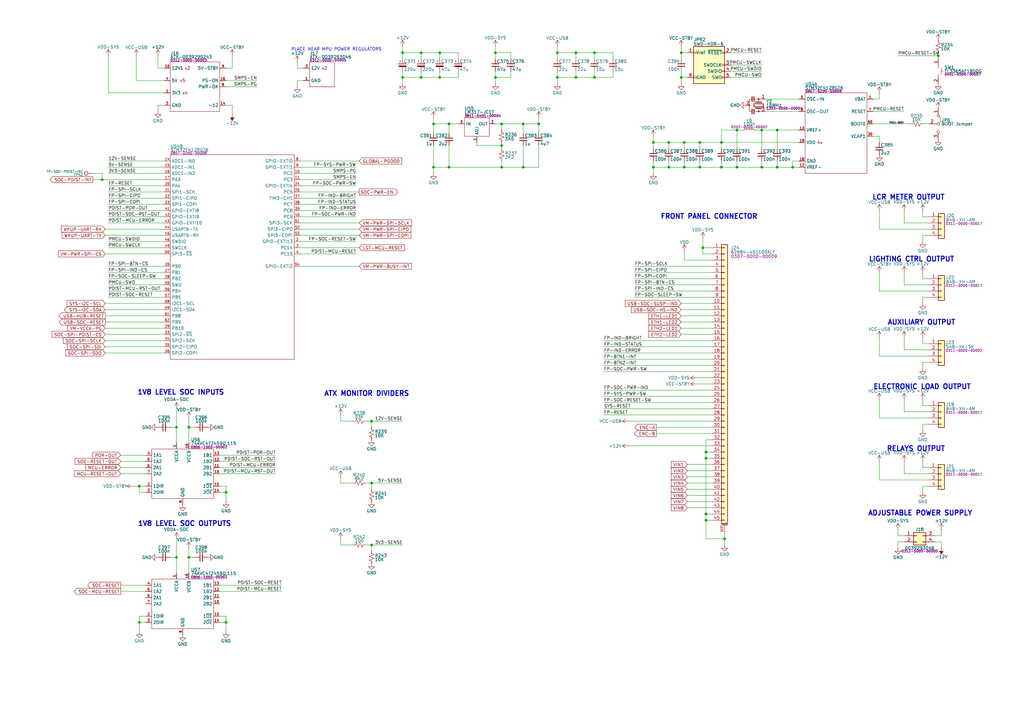
<source format=kicad_sch>
(kicad_sch (version 20250114) (generator "eeschema") (generator_version "9.0")
  (paper "A3")
  (title_block (title "Benchy Motherboard AM625 - Power Distribution") (rev "REV1") (company "Daxxn Industries") (comment 4 "Small net labels (≤0.65) are for clarity and do not connect to other nets."))
  (lib_symbols
    (symbol "DX_Capacitor_Ceramic:0402ZD225MAT2A" (pin_numbers (hide yes)) (pin_names (hide yes))
      (property "Reference" "C" (at 2.794 1.778 0))
      (property "Value" "2u2" (at 2.794 0 0))
      (symbol "0402ZD225MAT2A_1_1"
        (pin passive line (at 0 2.54 270) (length 2.032) (name "~") (number "1"))
        (pin passive line (at 0 -2.54 90) (length 2.032) (name "~") (number "2"))
      )
    )
    (symbol "DX_Capacitor_Ceramic:CL05A104KA5NNNC" (pin_numbers (hide yes)) (pin_names (hide yes))
      (property "Reference" "C" (at 2.794 1.778 0))
      (property "Value" "100n" (at 2.794 0 0))
      (symbol "CL05A104KA5NNNC_1_1"
        (pin passive line (at 0 2.54 270) (length 2.032) (name "~") (number "1"))
        (pin passive line (at 0 -2.54 90) (length 2.032) (name "~") (number "2"))
      )
    )
    (symbol "DX_Capacitor_Ceramic:CL05A475MP5NRNC" (pin_numbers (hide yes)) (pin_names (hide yes))
      (property "Reference" "C" (at 2.794 1.778 0))
      (property "Value" "4u7" (at 2.794 0 0))
      (symbol "CL05A475MP5NRNC_1_1"
        (pin passive line (at 0 2.54 270) (length 2.032) (name "~") (number "1"))
        (pin passive line (at 0 -2.54 90) (length 2.032) (name "~") (number "2"))
      )
    )
    (symbol "DX_Capacitor_Ceramic:CL10A105KA8NNNC" (pin_numbers (hide yes)) (pin_names (hide yes))
      (property "Reference" "C" (at 2.794 1.778 0))
      (property "Value" "1u" (at 2.794 0 0))
      (symbol "CL10A105KA8NNNC_1_1"
        (pin passive line (at 0 2.54 270) (length 2.032) (name "~") (number "1"))
        (pin passive line (at 0 -2.54 90) (length 2.032) (name "~") (number "2"))
      )
    )
    (symbol "DX_Capacitor_Ceramic:CL21B225KAFNFNE" (pin_numbers (hide yes)) (pin_names (hide yes))
      (property "Reference" "C" (at 2.794 1.778 0))
      (property "Value" "2u2" (at 2.794 0 0))
      (symbol "CL21B225KAFNFNE_1_1"
        (pin passive line (at 0 2.54 270) (length 2.032) (name "~") (number "1"))
        (pin passive line (at 0 -2.54 90) (length 2.032) (name "~") (number "2"))
      )
    )
    (symbol "DX_Capacitor_Ceramic:CL32A106KAULNNE" (pin_numbers (hide yes)) (pin_names (hide yes))
      (property "Reference" "C" (at 2.794 1.778 0))
      (property "Value" "10u" (at 2.794 0 0))
      (symbol "CL32A106KAULNNE_1_1"
        (pin passive line (at 0 2.54 270) (length 2.032) (name "~") (number "1"))
        (pin passive line (at 0 -2.54 90) (length 2.032) (name "~") (number "2"))
      )
    )
    (symbol "DX_Capacitor_Ceramic:CL32A476KOJNNNE" (pin_numbers (hide yes)) (pin_names (hide yes))
      (property "Reference" "C" (at 2.794 1.778 0))
      (property "Value" "47u" (at 2.794 0 0))
      (symbol "CL32A476KOJNNNE_1_1"
        (pin passive line (at 0 2.54 270) (length 2.032) (name "~") (number "1"))
        (pin passive line (at 0 -2.54 90) (length 2.032) (name "~") (number "2"))
      )
    )
    (symbol "DX_Capacitor_Ceramic:CL32B226MOJNNNE" (pin_numbers (hide yes)) (pin_names (hide yes))
      (property "Reference" "C" (at 2.794 1.778 0))
      (property "Value" "22u" (at 2.794 0 0))
      (symbol "CL32B226MOJNNNE_1_1"
        (pin passive line (at 0 2.54 270) (length 2.032) (name "~") (number "1"))
        (pin passive line (at 0 -2.54 90) (length 2.032) (name "~") (number "2"))
      )
    )
    (symbol "DX_Capacitor_Electrolytic:UWT1H221MNL1GS" (pin_numbers (hide yes)) (pin_names (hide yes))
      (property "Reference" "C" (at 2.032 1.778 0))
      (property "Value" "220u" (at 2.032 0 0))
      (symbol "UWT1H221MNL1GS_1_1"
        (pin passive line (at 0 2.54 270) (length 1.8542) (name "+") (number "1"))
        (pin passive line (at 0 -2.54 90) (length 1.8542) (name "-") (number "2"))
      )
    )
    (symbol "DX_Capacitor_Tantalum:293D476X9020D2TE3"
      (property "Reference" "C" (at 2.032 1.778 0))
      (property "Value" "47u" (at 2.032 0 0))
      (symbol "293D476X9020D2TE3_1_1"
        (pin passive line (at 0 2.54 270) (length 1.8542) (name "~") (number "1"))
        (pin passive line (at 0 -2.54 90) (length 1.8542) (name "~") (number "2"))
      )
    )
    (symbol "DX_Connector_FFC:62684-451100ALF" (pin_names (hide yes))
      (property "Reference" "J" (at 2.54 -2.54 0))
      (property "Value" "62684-451100ALF" (at 2.54 -4.318 0))
      (property "PartNumber" "0307-0000-00009" (at 2.54 -6.096 0))
      (symbol "62684-451100ALF_1_1"
        (text "Mounting" (at 0 -115.951 0) (effects (font (size 0.381 0.381))))
        (pin passive line (at -5.08 -2.54 0) (length 3.81) (name "Pin_1") (number "1"))
        (pin passive line (at -5.08 -5.08 0) (length 3.81) (name "Pin_2") (number "2"))
        (pin passive line (at -5.08 -7.62 0) (length 3.81) (name "Pin_3") (number "3"))
        (pin passive line (at -5.08 -10.16 0) (length 3.81) (name "Pin_4") (number "4"))
        (pin passive line (at -5.08 -12.7 0) (length 3.81) (name "Pin_5") (number "5"))
        (pin passive line (at -5.08 -15.24 0) (length 3.81) (name "Pin_6") (number "6"))
        (pin passive line (at -5.08 -17.78 0) (length 3.81) (name "Pin_7") (number "7"))
        (pin passive line (at -5.08 -20.32 0) (length 3.81) (name "Pin_8") (number "8"))
        (pin passive line (at -5.08 -22.86 0) (length 3.81) (name "Pin_9") (number "9"))
        (pin passive line (at -5.08 -25.4 0) (length 3.81) (name "Pin_10") (number "10"))
        (pin passive line (at -5.08 -27.94 0) (length 3.81) (name "Pin_11") (number "11"))
        (pin passive line (at -5.08 -30.48 0) (length 3.81) (name "Pin_12") (number "12"))
        (pin passive line (at -5.08 -33.02 0) (length 3.81) (name "Pin_13") (number "13"))
        (pin passive line (at -5.08 -35.56 0) (length 3.81) (name "Pin_14") (number "14"))
        (pin passive line (at -5.08 -38.1 0) (length 3.81) (name "Pin_15") (number "15"))
        (pin passive line (at -5.08 -40.64 0) (length 3.81) (name "Pin_16") (number "16"))
        (pin passive line (at -5.08 -43.18 0) (length 3.81) (name "Pin_17") (number "17"))
        (pin passive line (at -5.08 -45.72 0) (length 3.81) (name "Pin_18") (number "18"))
        (pin passive line (at -5.08 -48.26 0) (length 3.81) (name "Pin_19") (number "19"))
        (pin passive line (at -5.08 -50.8 0) (length 3.81) (name "Pin_20") (number "20"))
        (pin passive line (at -5.08 -53.34 0) (length 3.81) (name "Pin_21") (number "21"))
        (pin passive line (at -5.08 -55.88 0) (length 3.81) (name "Pin_22") (number "22"))
        (pin passive line (at -5.08 -58.42 0) (length 3.81) (name "Pin_23") (number "23"))
        (pin passive line (at -5.08 -60.96 0) (length 3.81) (name "Pin_24") (number "24"))
        (pin passive line (at -5.08 -63.5 0) (length 3.81) (name "Pin_25") (number "25"))
        (pin passive line (at -5.08 -66.04 0) (length 3.81) (name "Pin_26") (number "26"))
        (pin passive line (at -5.08 -68.58 0) (length 3.81) (name "Pin_27") (number "27"))
        (pin passive line (at -5.08 -71.12 0) (length 3.81) (name "Pin_28") (number "28"))
        (pin passive line (at -5.08 -73.66 0) (length 3.81) (name "Pin_29") (number "29"))
        (pin passive line (at -5.08 -76.2 0) (length 3.81) (name "Pin_30") (number "30"))
        (pin passive line (at -5.08 -78.74 0) (length 3.81) (name "Pin_31") (number "31"))
        (pin passive line (at -5.08 -81.28 0) (length 3.81) (name "Pin_32") (number "32"))
        (pin passive line (at -5.08 -83.82 0) (length 3.81) (name "Pin_33") (number "33"))
        (pin passive line (at -5.08 -86.36 0) (length 3.81) (name "Pin_34") (number "34"))
        (pin passive line (at -5.08 -88.9 0) (length 3.81) (name "Pin_35") (number "35"))
        (pin passive line (at -5.08 -91.44 0) (length 3.81) (name "Pin_36") (number "36"))
        (pin passive line (at -5.08 -93.98 0) (length 3.81) (name "Pin_37") (number "37"))
        (pin passive line (at -5.08 -96.52 0) (length 3.81) (name "Pin_38") (number "38"))
        (pin passive line (at -5.08 -99.06 0) (length 3.81) (name "Pin_39") (number "39"))
        (pin passive line (at -5.08 -101.6 0) (length 3.81) (name "Pin_40") (number "40"))
        (pin passive line (at -5.08 -104.14 0) (length 3.81) (name "Pin_41") (number "41"))
        (pin passive line (at -5.08 -106.68 0) (length 3.81) (name "Pin_42") (number "42"))
        (pin passive line (at -5.08 -109.22 0) (length 3.81) (name "Pin_43") (number "43"))
        (pin passive line (at -5.08 -111.76 0) (length 3.81) (name "Pin_44") (number "44"))
        (pin passive line (at -5.08 -114.3 0) (length 3.81) (name "Pin_45") (number "45"))
        (pin passive line (at 0 -119.38 90) (length 3.048) (name "MountPin") (number "MP"))
      )
    )
    (symbol "DX_Connector_JST:B4B-XH-A" (pin_names (offset 1.016) (hide yes))
      (property "Reference" "J" (at 1.778 3.048 0))
      (property "Value" "B4B-XH-AM" (at 1.778 1.27 0))
      (property "PartNumber" "0311-0000-00017" (at 1.778 -0.254 0))
      (symbol "B4B-XH-A_1_1"
        (pin passive line (at -5.08 2.54 0) (length 3.81) (name "Pin_1") (number "1"))
        (pin passive line (at -5.08 0 0) (length 3.81) (name "Pin_2") (number "2"))
        (pin passive line (at -5.08 -2.54 0) (length 3.81) (name "Pin_3") (number "3"))
        (pin passive line (at -5.08 -5.08 0) (length 3.81) (name "Pin_4") (number "4"))
      )
    )
    (symbol "DX_Connector_JST:S4B-XA-SK" (pin_names (offset 1.016) (hide yes))
      (property "Reference" "J" (at 1.778 3.048 0))
      (property "Value" "S4B-XA-SK" (at 1.778 1.27 0))
      (property "PartNumber" "0311-0000-00002" (at 1.778 -0.254 0))
      (symbol "S4B-XA-SK_1_1"
        (pin passive line (at -5.08 2.54 0) (length 3.81) (name "Pin_1") (number "1"))
        (pin passive line (at -5.08 0 0) (length 3.81) (name "Pin_2") (number "2"))
        (pin passive line (at -5.08 -2.54 0) (length 3.81) (name "Pin_3") (number "3"))
        (pin passive line (at -5.08 -5.08 0) (length 3.81) (name "Pin_4") (number "4"))
      )
    )
    (symbol "DX_Connector_Molex:0039293046" (pin_names (offset 1.016) (hide yes))
      (property "Reference" "J" (at 1.27 2.54 0))
      (property "Value" "0039293046" (at 1.27 -5.08 0))
      (property "PartNumber" "0312-0000-00005" (at 1.27 -6.35 0))
      (symbol "0039293046_1_1"
        (pin passive line (at -5.08 0 0) (length 3.81) (name "") (number "1"))
        (pin passive line (at -5.08 -2.54 0) (length 3.81) (name "") (number "2"))
        (pin passive line (at 7.62 0 180) (length 3.81) (name "") (number "3"))
        (pin passive line (at 7.62 -2.54 180) (length 3.81) (name "") (number "4"))
      )
    )
    (symbol "DX_Connector_Power:ATX-0039293046"
      (property "Reference" "J" (at 0 3.556 0))
      (property "Value" "ATX-0039293046" (at 0 2.032 0))
      (property "PartNumber" "0312-0000-00005" (at 0 0.762 0))
      (symbol "ATX-0039293046_0_0"
        (pin power_in line (at -2.54 -2.54 0) (length 2.54) (name "12V") (number "3"))
        (pin power_in line (at -2.54 -2.54 0) (length 2.54) (hide yes) (name "12V") (number "4"))
        (pin power_in line (at -2.54 -7.62 0) (length 2.54) (name "GND") (number "1"))
        (pin power_in line (at -2.54 -7.62 0) (length 2.54) (hide yes) (name "GND") (number "2"))
      )
      (symbol "ATX-0039293046_1_1"
        (text "x2" (at 4.826 -2.54 0) (effects (font (size 1.27 1.27)) (justify left)))
      )
    )
    (symbol "DX_Connector_Power:ATX-0039299243"
      (property "Reference" "J" (at 0 3.556 0))
      (property "Value" "ATX-0039299243" (at 0 2.032 0))
      (property "PartNumber" "0312-0000-00003" (at 0 0.762 0))
      (symbol "ATX-0039299243_0_0"
        (pin power_in line (at -2.54 -2.54 0) (length 2.54) (name "12V1") (number "10"))
        (pin power_in line (at -2.54 -2.54 0) (length 2.54) (hide yes) (name "12V1") (number "11"))
        (pin power_in line (at -2.54 -7.62 0) (length 2.54) (hide yes) (name "5V") (number "21"))
        (pin power_in line (at -2.54 -7.62 0) (length 2.54) (hide yes) (name "5V") (number "22"))
        (pin power_in line (at -2.54 -7.62 0) (length 2.54) (hide yes) (name "5V") (number "23"))
        (pin power_in line (at -2.54 -7.62 0) (length 2.54) (name "5V") (number "4"))
        (pin power_in line (at -2.54 -7.62 0) (length 2.54) (hide yes) (name "5V") (number "6"))
        (pin power_in line (at -2.54 -12.7 0) (length 2.54) (name "3V3") (number "1"))
        (pin power_in line (at -2.54 -12.7 0) (length 2.54) (hide yes) (name "3V3") (number "12"))
        (pin power_in line (at -2.54 -12.7 0) (length 2.54) (hide yes) (name "3V3") (number "13"))
        (pin power_in line (at -2.54 -12.7 0) (length 2.54) (hide yes) (name "3V3") (number "2"))
        (pin power_in line (at -2.54 -17.78 0) (length 2.54) (hide yes) (name "GND") (number "15"))
        (pin power_in line (at -2.54 -17.78 0) (length 2.54) (hide yes) (name "GND") (number "17"))
        (pin power_in line (at -2.54 -17.78 0) (length 2.54) (hide yes) (name "GND") (number "18"))
        (pin power_in line (at -2.54 -17.78 0) (length 2.54) (hide yes) (name "GND") (number "19"))
        (pin power_in line (at -2.54 -17.78 0) (length 2.54) (hide yes) (name "GND") (number "24"))
        (pin power_in line (at -2.54 -17.78 0) (length 2.54) (name "GND") (number "3"))
        (pin power_in line (at -2.54 -17.78 0) (length 2.54) (hide yes) (name "GND") (number "5"))
        (pin power_in line (at -2.54 -17.78 0) (length 2.54) (hide yes) (name "GND") (number "7"))
        (pin no_connect line (at 2.54 -5.08 0) (length 2.54) (hide yes) (name "NC") (number "20"))
        (pin power_in line (at 22.86 -2.54 180) (length 2.54) (name "5V-STBY") (number "9"))
        (pin input line (at 22.86 -7.62 180) (length 2.54) (name "PS-ON") (number "16"))
        (pin output line (at 22.86 -10.16 180) (length 2.54) (name "PWR-OK") (number "8"))
        (pin power_in line (at 22.86 -17.78 180) (length 2.54) (name "-12") (number "14"))
      )
      (symbol "ATX-0039299243_1_1"
        (text "x5" (at 3.81 -7.62 0) (effects (font (size 1.27 1.27)) (justify left)))
        (text "x4" (at 4.826 -12.7 0) (effects (font (size 1.27 1.27)) (justify left)))
        (text "x2" (at 5.842 -2.54 0) (effects (font (size 1.27 1.27)) (justify left)))
      )
    )
    (symbol "DX_Connector_Programming:SWD-HDR-6" (pin_names (offset 1.016))
      (property "Reference" "JPR" (at 0 2.794 0))
      (property "Value" "SWD-HDR-6" (at 0 1.016 0))
      (symbol "SWD-HDR-6_1_1"
        (pin power_in line (at -2.54 -2.54 0) (length 2.54) (name "Vref") (number "1"))
        (pin power_in line (at -2.54 -12.7 0) (length 2.54) (name "GND") (number "6"))
        (pin open_collector line (at 15.24 -2.54 180) (length 2.54) (name "~{RESET}") (number "2"))
        (pin output line (at 15.24 -7.62 180) (length 2.54) (name "SWDCLK") (number "3"))
        (pin bidirectional line (at 15.24 -10.16 180) (length 2.54) (name "SWDIO") (number "4"))
        (pin input line (at 15.24 -12.7 180) (length 2.54) (name "SWO") (number "5"))
      )
    )
    (symbol "DX_Control_Button:TL3365AF180QG"
      (property "Reference" "SW" (at 0 5.588 0))
      (property "Value" "TL3365AF180QG" (at 0 4.064 0))
      (property "PartNumber" "0401-0000-00007" (at 0 2.794 0))
      (symbol "TL3365AF180QG_0_0"
        (pin passive line (at -5.08 0 0) (length 2.54) (name "~") (number "1"))
        (pin passive line (at 5.08 0 180) (length 2.54) (name "~") (number "2"))
      )
    )
    (symbol "DX_Device:R" (pin_numbers (hide yes)) (pin_names (offset 0.254) (hide yes))
      (property "Reference" "R" (at 1.016 0.635 0))
      (property "Value" "R" (at 1.016 -1.016 0))
      (symbol "R_1_1"
        (pin passive line (at 0 2.54 270) (length 1.016) (name "~") (number "1"))
        (pin passive line (at 0 -2.54 90) (length 1.016) (name "~") (number "2"))
      )
    )
    (symbol "DX_Device:TEST-POINT" (pin_numbers (hide yes)) (pin_names (hide yes))
      (property "Reference" "TP" (at 4.064 0.508 0))
      (property "Value" "TEST-POINT" (at 4.064 -0.762 0))
      (symbol "TEST-POINT_1_0"
        (pin power_in line (at 0 0 0) (length 1.27) (name "TP") (number "1"))
      )
    )
    (symbol "DX_Device_Power:VCC-STBY" (power) (pin_names (offset 0))
      (property "Value" "VCC-STBY" (at 0 3.429 0))
      (symbol "VCC-STBY_1_1"
        (pin power_in line (at 0 0 90) (length 0) (hide yes) (name "VCC-STBY") (number "1"))
      )
    )
    (symbol "DX_Device_Power:VCC-USB" (power) (pin_names (offset 0))
      (property "Value" "VCC-USB" (at 0 3.429 0))
      (symbol "VCC-USB_1_1"
        (pin power_in line (at 0 0 90) (length 0) (hide yes) (name "VCC-USB") (number "1"))
      )
    )
    (symbol "DX_Device_Power:VDD-STBY" (power) (pin_names (offset 0))
      (property "Value" "VDD-STBY" (at 0 3.429 0))
      (symbol "VDD-STBY_1_1"
        (pin power_in line (at 0 0 90) (length 0) (hide yes) (name "VDD-STBY") (number "1"))
      )
    )
    (symbol "DX_Device_Power:VDD-SYS" (power) (in_bom no) (on_board no)
      (property "Value" "VDD-SYS" (at 0 3.556 0))
      (symbol "VDD-SYS_1_0"
        (pin power_in line (at 0 0 90) (length 0) (hide yes) (name "VDD-SYS") (number "1"))
      )
    )
    (symbol "DX_Device_Power:VDDA-SOC" (power) (in_bom no) (on_board no)
      (property "Value" "VDDA-SOC" (at 0 3.81 0))
      (symbol "VDDA-SOC_1_0"
        (pin power_in line (at 0 0 90) (length 0) (hide yes) (name "VDDA-SOC") (number "1"))
      )
    )
    (symbol "DX_IC_Logic_AND:74LVC1G08GW,125"
      (property "Reference" "U" (at 1.27 9.144 0))
      (property "Value" "74LVC1G08GW,125" (at 1.27 7.366 0))
      (property "PartNumber" "0806-0100-00001" (at 1.27 5.842 0))
      (symbol "74LVC1G08GW,125_0_0"
        (pin input line (at -7.62 2.54 0) (length 2.54) (name "A") (number "2"))
        (pin input line (at -7.62 -2.54 0) (length 2.54) (name "B") (number "1"))
        (pin power_in line (at 0 7.62 270) (length 2.54) (name "VCC") (number "5"))
        (pin power_in line (at 0 -7.62 90) (length 2.54) (name "GND") (number "3"))
        (pin output line (at 8.89 0 180) (length 2.54) (name "Y") (number "4"))
      )
    )
    (symbol "DX_IC_Logic_LevelShift:74AVC4T245BQ,115"
      (property "Reference" "U" (at 16.002 3.81 0))
      (property "Value" "74AVC4T245BQ,115" (at 16.002 2.286 0))
      (property "PartNumber" "0806-1000-00002" (at 16.002 0.762 0))
      (symbol "74AVC4T245BQ,115_0_0"
        (pin bidirectional line (at -2.54 -2.54 0) (length 2.54) (name "1A1") (number "4"))
        (pin bidirectional line (at -2.54 -5.08 0) (length 2.54) (name "1A2") (number "5"))
        (pin bidirectional line (at -2.54 -7.62 0) (length 2.54) (name "2A1") (number "6"))
        (pin bidirectional line (at -2.54 -10.16 0) (length 2.54) (name "2A2") (number "7"))
        (pin input line (at -2.54 -15.24 0) (length 2.54) (name "1DIR") (number "2"))
        (pin input line (at -2.54 -17.78 0) (length 2.54) (name "2DIR") (number "3"))
        (pin power_in line (at 10.16 2.54 270) (length 2.54) (name "VCCA") (number "1"))
        (pin power_in line (at 12.7 -22.86 90) (length 2.54) (hide yes) (name "GND") (number "17"))
        (pin power_in line (at 12.7 -22.86 90) (length 2.54) (name "GND") (number "8"))
        (pin power_in line (at 12.7 -22.86 90) (length 2.54) (hide yes) (name "GND") (number "9"))
        (pin power_in line (at 15.24 2.54 270) (length 2.54) (name "VCCB") (number "16"))
        (pin bidirectional line (at 27.94 -2.54 180) (length 2.54) (name "1B1") (number "13"))
        (pin bidirectional line (at 27.94 -5.08 180) (length 2.54) (name "1B2") (number "12"))
        (pin bidirectional line (at 27.94 -7.62 180) (length 2.54) (name "2B1") (number "11"))
        (pin bidirectional line (at 27.94 -10.16 180) (length 2.54) (name "2B2") (number "10"))
        (pin input line (at 27.94 -15.24 180) (length 2.54) (name "1~{OE}") (number "15"))
        (pin input line (at 27.94 -17.78 180) (length 2.54) (name "2~{OE}") (number "14"))
      )
    )
    (symbol "DX_IC_MCU_ST:STM32F412RGT6"
      (property "Reference" "U" (at 0 3.556 0))
      (property "Value" "STM32F412RGT6" (at 0 2.032 0))
      (property "PartNumber" "0807-0200-00008" (at 0 0.762 0))
      (symbol "STM32F412RGT6_1_0"
        (pin input line (at -2.54 -2.54 0) (length 2.54) (name "OSC-IN") (number "5"))
        (pin output line (at -2.54 -7.62 0) (length 2.54) (name "OSC-OUT") (number "6"))
        (pin power_in line (at -2.54 -15.24 0) (length 2.54) (name "VREF+") (number "13"))
        (pin power_in line (at -2.54 -20.32 0) (length 2.54) (name "VDD") (number "19"))
        (pin power_in line (at -2.54 -20.32 0) (length 2.54) (hide yes) (name "VDD") (number "32"))
        (pin power_in line (at -2.54 -20.32 0) (length 2.54) (hide yes) (name "VDD") (number "48"))
        (pin power_in line (at -2.54 -20.32 0) (length 2.54) (hide yes) (name "VDD") (number "64"))
        (pin power_in line (at -2.54 -27.94 0) (length 2.54) (name "GND") (number "18"))
        (pin power_in line (at -2.54 -27.94 0) (length 2.54) (hide yes) (name "GND") (number "31"))
        (pin power_in line (at -2.54 -27.94 0) (length 2.54) (hide yes) (name "GND") (number "47"))
        (pin power_in line (at -2.54 -27.94 0) (length 2.54) (hide yes) (name "GND") (number "63"))
        (pin power_in line (at -2.54 -30.48 0) (length 2.54) (name "VREF-") (number "12"))
        (pin power_in line (at 27.94 -2.54 180) (length 2.54) (name "VBAT") (number "1"))
        (pin input line (at 27.94 -7.62 180) (length 2.54) (name "RESET") (number "7"))
        (pin input line (at 27.94 -12.7 180) (length 2.54) (name "BOOT0") (number "60"))
        (pin input line (at 27.94 -17.78 180) (length 2.54) (name "VCAP1") (number "30"))
      )
      (symbol "STM32F412RGT6_1_1"
        (text "4x" (at 4.826 -20.32 0) (effects (font (size 1.27 1.27)) (justify left)))
      )
      (symbol "STM32F412RGT6_2_0"
        (pin bidirectional line (at -2.54 -2.54 0) (length 2.54) (name "PA0") (number "14") (alternate "ADC1-IN0" bidirectional line) (alternate "GPIO-EXTI0" bidirectional line))
        (pin bidirectional line (at -2.54 -5.08 0) (length 2.54) (name "PA1") (number "15") (alternate "ADC1-IN1" bidirectional line) (alternate "GPIO-EXTI1" bidirectional line))
        (pin bidirectional line (at -2.54 -7.62 0) (length 2.54) (name "PA2") (number "16") (alternate "ADC1-IN2" bidirectional line) (alternate "GPIO-EXTI2" bidirectional line))
        (pin bidirectional line (at -2.54 -10.16 0) (length 2.54) (name "PA3") (number "17"))
        (pin bidirectional line (at -2.54 -12.7 0) (length 2.54) (name "PA4") (number "20") (alternate "GPIO-EXTI4" bidirectional line) (alternate "SPI3-~{SS}" bidirectional line))
        (pin bidirectional line (at -2.54 -15.24 0) (length 2.54) (name "PA5") (number "21") (alternate "GPIO-EXTI5" bidirectional line) (alternate "SPI1-SCK" bidirectional line))
        (pin bidirectional line (at -2.54 -17.78 0) (length 2.54) (name "PA6") (number "22") (alternate "SPI1-CIPO" bidirectional line) (alternate "TIM3-CH1" bidirectional line))
        (pin bidirectional line (at -2.54 -20.32 0) (length 2.54) (name "PA7") (number "23") (alternate "SPI1-COPI" bidirectional line))
        (pin bidirectional line (at -2.54 -22.86 0) (length 2.54) (name "PA8") (number "41") (alternate "GPIO-EXTI8" bidirectional line))
        (pin bidirectional line (at -2.54 -25.4 0) (length 2.54) (name "PA9") (number "42") (alternate "GPIO-EXTI9" bidirectional line))
        (pin bidirectional line (at -2.54 -27.94 0) (length 2.54) (name "PA10") (number "43") (alternate "GPIO-EXTI10" bidirectional line))
        (pin bidirectional line (at -2.54 -30.48 0) (length 2.54) (name "PA11") (number "44") (alternate "USART6-TX" bidirectional line))
        (pin bidirectional line (at -2.54 -33.02 0) (length 2.54) (name "PA12") (number "45") (alternate "USART6-RX" bidirectional line))
        (pin bidirectional line (at -2.54 -35.56 0) (length 2.54) (name "PA13") (number "46") (alternate "GPIO-EXTI13" bidirectional line) (alternate "SWDIO" bidirectional line))
        (pin bidirectional line (at -2.54 -38.1 0) (length 2.54) (name "PA14") (number "49") (alternate "SWCLK" bidirectional line))
        (pin bidirectional line (at -2.54 -40.64 0) (length 2.54) (name "PA15") (number "50") (alternate "SPI3-~{SS}" bidirectional line))
        (pin bidirectional line (at -2.54 -45.72 0) (length 2.54) (name "PB0") (number "26") (alternate "GPIO-EXTI0" bidirectional line))
        (pin bidirectional line (at -2.54 -48.26 0) (length 2.54) (name "PB1") (number "27") (alternate "GPIO-EXTI1" bidirectional line))
        (pin bidirectional line (at -2.54 -50.8 0) (length 2.54) (name "PB2") (number "28") (alternate "GPIO-EXTI2" bidirectional line))
        (pin bidirectional line (at -2.54 -53.34 0) (length 2.54) (name "PB3") (number "55") (alternate "SPI1-SCK" bidirectional line) (alternate "SPI3-SCK" bidirectional line) (alternate "SWO" bidirectional line))
        (pin bidirectional line (at -2.54 -55.88 0) (length 2.54) (name "PB4") (number "56") (alternate "GPIO-EXTI4" bidirectional line) (alternate "SPI1-CIPO" bidirectional line) (alternate "SPI3-CIPO" bidirectional line) (alternate "TIM3-CH1" bidirectional line))
        (pin bidirectional line (at -2.54 -58.42 0) (length 2.54) (name "PB5") (number "57") (alternate "GPIO-EXTI5" bidirectional line) (alternate "SPI1-COPI" bidirectional line) (alternate "SPI3-COPI" bidirectional line))
        (pin bidirectional line (at -2.54 -60.96 0) (length 2.54) (name "PB6") (number "58") (alternate "I2C1-SCL" bidirectional line))
        (pin bidirectional line (at -2.54 -63.5 0) (length 2.54) (name "PB7") (number "59") (alternate "I2C1-SDA" bidirectional line))
        (pin bidirectional line (at -2.54 -66.04 0) (length 2.54) (name "PB8") (number "61") (alternate "GPIO-EXTI8" bidirectional line) (alternate "I2C1-SCL" bidirectional line))
        (pin bidirectional line (at -2.54 -68.58 0) (length 2.54) (name "PB9") (number "62") (alternate "GPIO-EXTI9" bidirectional line) (alternate "I2C1-SDA" bidirectional line) (alternate "SPI2-~{SS}" bidirectional line))
        (pin bidirectional line (at -2.54 -71.12 0) (length 2.54) (name "PB10") (number "29") (alternate "GPIO-EXTI10" bidirectional line) (alternate "SPI2-SCK" bidirectional line))
        (pin bidirectional line (at -2.54 -73.66 0) (length 2.54) (name "PB12") (number "33") (alternate "SPI2-~{SS}" bidirectional line) (alternate "SPI3-SCK" bidirectional line))
        (pin bidirectional line (at -2.54 -76.2 0) (length 2.54) (name "PB13") (number "34") (alternate "GPIO-EXTI13" bidirectional line) (alternate "SPI2-SCK" bidirectional line))
        (pin bidirectional line (at -2.54 -78.74 0) (length 2.54) (name "PB14") (number "35") (alternate "SPI2-CIPO" bidirectional line))
        (pin bidirectional line (at -2.54 -81.28 0) (length 2.54) (name "PB15") (number "36") (alternate "SPI2-COPI" bidirectional line))
        (pin bidirectional line (at 53.34 -2.54 180) (length 2.54) (name "PC0") (number "8") (alternate "GPIO-EXTI0" bidirectional line))
        (pin bidirectional line (at 53.34 -5.08 180) (length 2.54) (name "PC1") (number "9") (alternate "GPIO-EXTI1" bidirectional line))
        (pin bidirectional line (at 53.34 -7.62 180) (length 2.54) (name "PC2") (number "10") (alternate "GPIO-EXTI2" bidirectional line) (alternate "SPI2-CIPO" bidirectional line))
        (pin bidirectional line (at 53.34 -10.16 180) (length 2.54) (name "PC3") (number "11") (alternate "SPI2-COPI" bidirectional line))
        (pin bidirectional line (at 53.34 -12.7 180) (length 2.54) (name "PC4") (number "24") (alternate "GPIO-EXTI4" bidirectional line))
        (pin bidirectional line (at 53.34 -15.24 180) (length 2.54) (name "PC5") (number "25") (alternate "GPIO-EXTI5" bidirectional line))
        (pin bidirectional line (at 53.34 -17.78 180) (length 2.54) (name "PC6") (number "37") (alternate "TIM3-CH1" bidirectional line) (alternate "USART6-TX" bidirectional line))
        (pin bidirectional line (at 53.34 -20.32 180) (length 2.54) (name "PC7") (number "38") (alternate "SPI2-SCK" bidirectional line) (alternate "USART6-RX" bidirectional line))
        (pin bidirectional line (at 53.34 -22.86 180) (length 2.54) (name "PC8") (number "39") (alternate "GPIO-EXTI8" bidirectional line))
        (pin bidirectional line (at 53.34 -25.4 180) (length 2.54) (name "PC9") (number "40") (alternate "GPIO-EXTI9" bidirectional line))
        (pin bidirectional line (at 53.34 -27.94 180) (length 2.54) (name "PC10") (number "51") (alternate "GPIO-EXTI10" bidirectional line) (alternate "SPI3-SCK" bidirectional line))
        (pin bidirectional line (at 53.34 -30.48 180) (length 2.54) (name "PC11") (number "52") (alternate "SPI3-CIPO" bidirectional line))
        (pin bidirectional line (at 53.34 -33.02 180) (length 2.54) (name "PC12") (number "53") (alternate "SPI3-COPI" bidirectional line))
        (pin bidirectional line (at 53.34 -35.56 180) (length 2.54) (name "PC13") (number "2") (alternate "GPIO-EXTI13" bidirectional line))
        (pin bidirectional line (at 53.34 -38.1 180) (length 2.54) (name "PC14") (number "3"))
        (pin bidirectional line (at 53.34 -40.64 180) (length 2.54) (name "PC15") (number "4"))
        (pin bidirectional line (at 53.34 -45.72 180) (length 2.54) (name "PD2") (number "54") (alternate "GPIO-EXTI2" bidirectional line))
      )
    )
    (symbol "DX_IC_PMIC_Regulator_Linear:LM317-JCET"
      (property "Reference" "U" (at 0 3.81 0))
      (property "Value" "LM317-JCET" (at 0 2.286 0))
      (property "PartNumber" "0811-0401-00004" (at 0 0.762 0))
      (symbol "LM317-JCET_0_0"
        (pin power_in line (at -2.54 -2.54 0) (length 2.54) (name "IN") (number "3"))
        (pin input line (at 5.08 -10.16 90) (length 2.54) (name "ADJ") (number "1"))
        (pin power_out line (at 12.7 -2.54 180) (length 2.54) (name "OUT") (number "2"))
        (pin power_out line (at 12.7 -2.54 180) (length 2.54) (hide yes) (name "OUT") (number "4"))
      )
    )
    (symbol "DX_Inductor:744786210A" (pin_numbers (hide yes)) (pin_names (hide yes))
      (property "Reference" "L" (at 1.016 1.778 0))
      (property "Value" "100n" (at 1.016 0 0))
      (property "PartNumber" "0202-0000-00002" (at 1.016 -1.524 0))
      (symbol "744786210A_1_1"
        (pin passive line (at 0 2.54 270) (length 0.508) (name "~") (number "1"))
        (pin passive line (at 0 -2.54 90) (length 0.508) (name "~") (number "2"))
      )
    )
    (symbol "DX_Oscillator_Resonator:CSTNE16M0V53L000R0"
      (property "Reference" "Y" (at 4.318 0.762 0))
      (property "Value" "16MHz" (at 4.318 -1.016 0))
      (property "PartNumber" "1203-0000-00001" (at 4.318 -2.54 0))
      (symbol "CSTNE16M0V53L000R0_1_1"
        (pin passive line (at -2.54 2.54 270) (length 1.27) (name "1") (number "1"))
        (pin passive line (at 0 -5.08 90) (length 1.27) (name "2") (number "2"))
        (pin passive line (at 2.54 2.54 270) (length 1.27) (name "3") (number "3"))
      )
    )
    (symbol "DX_Resistor:RC0402FR-0733KL" (pin_numbers (hide yes)) (pin_names (offset 0.254) (hide yes))
      (property "Reference" "R" (at 1.016 0.635 0))
      (property "Value" "33K" (at 1.016 -1.016 0))
      (symbol "RC0402FR-0733KL_1_1"
        (pin passive line (at 0 2.54 270) (length 1.016) (name "~") (number "1"))
        (pin passive line (at 0 -2.54 90) (length 1.016) (name "~") (number "2"))
      )
    )
    (symbol "DX_Resistor:RC0402JR-0710KL" (pin_numbers (hide yes)) (pin_names (offset 0.254) (hide yes))
      (property "Reference" "R" (at 1.016 0.635 0))
      (property "Value" "10K" (at 1.016 -1.016 0))
      (symbol "RC0402JR-0710KL_1_1"
        (pin passive line (at 0 2.54 270) (length 1.016) (name "~") (number "1"))
        (pin passive line (at 0 -2.54 90) (length 1.016) (name "~") (number "2"))
      )
    )
    (symbol "DX_Resistor:RMCF0402FT100R" (pin_numbers (hide yes)) (pin_names (offset 0.254) (hide yes))
      (property "Reference" "R" (at 1.016 0.635 0))
      (property "Value" "100" (at 1.016 -1.016 0))
      (symbol "RMCF0402FT100R_1_1"
        (pin passive line (at 0 2.54 270) (length 1.016) (name "~") (number "1"))
        (pin passive line (at 0 -2.54 90) (length 1.016) (name "~") (number "2"))
      )
    )
    (symbol "Jumper:Jumper_3_Bridged12" (pin_names (offset 0) (hide yes)) (exclude_from_sim yes) (in_bom no)
      (property "Reference" "JP" (at -2.54 -2.54 0))
      (property "Value" "Jumper_3_Bridged12" (at 0 2.794 0))
      (symbol "Jumper_3_Bridged12_1_1"
        (pin passive line (at -6.35 0 0) (length 2.54) (name "A") (number "1"))
        (pin passive line (at 0 -3.81 90) (length 2.54) (name "C") (number "2"))
        (pin passive line (at 6.35 0 180) (length 2.54) (name "B") (number "3"))
      )
    )
    (symbol "STM32F412RGT6_1"
      (property "Reference" "U" (at 0 3.556 0))
      (property "Value" "STM32F412RGT6" (at 0 2.032 0))
      (property "PartNumber" "0807-0200-00008" (at 0 0.762 0))
      (symbol "STM32F412RGT6_1_1_0"
        (pin input line (at -2.54 -2.54 0) (length 2.54) (name "OSC-IN") (number "5"))
        (pin output line (at -2.54 -7.62 0) (length 2.54) (name "OSC-OUT") (number "6"))
        (pin power_in line (at -2.54 -15.24 0) (length 2.54) (name "VREF+") (number "13"))
        (pin power_in line (at -2.54 -20.32 0) (length 2.54) (name "VDD") (number "19"))
        (pin power_in line (at -2.54 -20.32 0) (length 2.54) (hide yes) (name "VDD") (number "32"))
        (pin power_in line (at -2.54 -20.32 0) (length 2.54) (hide yes) (name "VDD") (number "48"))
        (pin power_in line (at -2.54 -20.32 0) (length 2.54) (hide yes) (name "VDD") (number "64"))
        (pin power_in line (at -2.54 -27.94 0) (length 2.54) (name "GND") (number "18"))
        (pin power_in line (at -2.54 -27.94 0) (length 2.54) (hide yes) (name "GND") (number "31"))
        (pin power_in line (at -2.54 -27.94 0) (length 2.54) (hide yes) (name "GND") (number "47"))
        (pin power_in line (at -2.54 -27.94 0) (length 2.54) (hide yes) (name "GND") (number "63"))
        (pin power_in line (at -2.54 -30.48 0) (length 2.54) (name "VREF-") (number "12"))
        (pin power_in line (at 27.94 -2.54 180) (length 2.54) (name "VBAT") (number "1"))
        (pin input line (at 27.94 -7.62 180) (length 2.54) (name "RESET") (number "7"))
        (pin input line (at 27.94 -12.7 180) (length 2.54) (name "BOOT0") (number "60"))
        (pin input line (at 27.94 -17.78 180) (length 2.54) (name "VCAP1") (number "30"))
      )
      (symbol "STM32F412RGT6_1_1_1"
        (text "4x" (at 4.826 -20.32 0) (effects (font (size 1.27 1.27)) (justify left)))
      )
      (symbol "STM32F412RGT6_1_2_0"
        (pin bidirectional line (at -2.54 -2.54 0) (length 2.54) (name "PA0") (number "14") (alternate "ADC1-IN0" bidirectional line) (alternate "GPIO-EXTI0" bidirectional line))
        (pin bidirectional line (at -2.54 -5.08 0) (length 2.54) (name "PA1") (number "15") (alternate "ADC1-IN1" bidirectional line) (alternate "GPIO-EXTI1" bidirectional line))
        (pin bidirectional line (at -2.54 -7.62 0) (length 2.54) (name "PA2") (number "16") (alternate "ADC1-IN2" bidirectional line) (alternate "GPIO-EXTI2" bidirectional line))
        (pin bidirectional line (at -2.54 -10.16 0) (length 2.54) (name "PA3") (number "17"))
        (pin bidirectional line (at -2.54 -12.7 0) (length 2.54) (name "PA4") (number "20") (alternate "GPIO-EXTI4" bidirectional line) (alternate "SPI3-~{SS}" bidirectional line))
        (pin bidirectional line (at -2.54 -15.24 0) (length 2.54) (name "PA5") (number "21") (alternate "GPIO-EXTI5" bidirectional line) (alternate "SPI1-SCK" bidirectional line))
        (pin bidirectional line (at -2.54 -17.78 0) (length 2.54) (name "PA6") (number "22") (alternate "SPI1-CIPO" bidirectional line) (alternate "TIM3-CH1" bidirectional line))
        (pin bidirectional line (at -2.54 -20.32 0) (length 2.54) (name "PA7") (number "23") (alternate "SPI1-COPI" bidirectional line))
        (pin bidirectional line (at -2.54 -22.86 0) (length 2.54) (name "PA8") (number "41") (alternate "GPIO-EXTI8" bidirectional line))
        (pin bidirectional line (at -2.54 -25.4 0) (length 2.54) (name "PA9") (number "42") (alternate "GPIO-EXTI9" bidirectional line))
        (pin bidirectional line (at -2.54 -27.94 0) (length 2.54) (name "PA10") (number "43") (alternate "GPIO-EXTI10" bidirectional line))
        (pin bidirectional line (at -2.54 -30.48 0) (length 2.54) (name "PA11") (number "44") (alternate "USART6-TX" bidirectional line))
        (pin bidirectional line (at -2.54 -33.02 0) (length 2.54) (name "PA12") (number "45") (alternate "USART6-RX" bidirectional line))
        (pin bidirectional line (at -2.54 -35.56 0) (length 2.54) (name "PA13") (number "46") (alternate "GPIO-EXTI13" bidirectional line) (alternate "SWDIO" bidirectional line))
        (pin bidirectional line (at -2.54 -38.1 0) (length 2.54) (name "PA14") (number "49") (alternate "SWCLK" bidirectional line))
        (pin bidirectional line (at -2.54 -40.64 0) (length 2.54) (name "PA15") (number "50") (alternate "SPI3-~{SS}" bidirectional line))
        (pin bidirectional line (at -2.54 -45.72 0) (length 2.54) (name "PB0") (number "26") (alternate "GPIO-EXTI0" bidirectional line))
        (pin bidirectional line (at -2.54 -48.26 0) (length 2.54) (name "PB1") (number "27") (alternate "GPIO-EXTI1" bidirectional line))
        (pin bidirectional line (at -2.54 -50.8 0) (length 2.54) (name "PB2") (number "28") (alternate "GPIO-EXTI2" bidirectional line))
        (pin bidirectional line (at -2.54 -53.34 0) (length 2.54) (name "PB3") (number "55") (alternate "SPI1-SCK" bidirectional line) (alternate "SPI3-SCK" bidirectional line) (alternate "SWO" bidirectional line))
        (pin bidirectional line (at -2.54 -55.88 0) (length 2.54) (name "PB4") (number "56") (alternate "" input line) (alternate "GPIO-EXTI4" bidirectional line) (alternate "SPI1-CIPO" bidirectional line) (alternate "SPI3-CIPO" bidirectional line) (alternate "TIM3-CH1" bidirectional line))
        (pin bidirectional line (at -2.54 -58.42 0) (length 2.54) (name "PB5") (number "57") (alternate "GPIO-EXTI5" bidirectional line) (alternate "SPI1-COPI" bidirectional line) (alternate "SPI3-COPI" bidirectional line))
        (pin bidirectional line (at -2.54 -60.96 0) (length 2.54) (name "PB6") (number "58") (alternate "I2C1-SCL" bidirectional line))
        (pin bidirectional line (at -2.54 -63.5 0) (length 2.54) (name "PB7") (number "59") (alternate "I2C1-SDA" bidirectional line))
        (pin bidirectional line (at -2.54 -66.04 0) (length 2.54) (name "PB8") (number "61") (alternate "GPIO-EXTI8" bidirectional line) (alternate "I2C1-SCL" bidirectional line))
        (pin bidirectional line (at -2.54 -68.58 0) (length 2.54) (name "PB9") (number "62") (alternate "GPIO-EXTI9" bidirectional line) (alternate "I2C1-SDA" bidirectional line) (alternate "SPI2-~{SS}" bidirectional line))
        (pin bidirectional line (at -2.54 -71.12 0) (length 2.54) (name "PB10") (number "29") (alternate "GPIO-EXTI10" bidirectional line) (alternate "SPI2-SCK" bidirectional line))
        (pin bidirectional line (at -2.54 -73.66 0) (length 2.54) (name "PB12") (number "33") (alternate "SPI2-~{SS}" bidirectional line) (alternate "SPI3-SCK" bidirectional line))
        (pin bidirectional line (at -2.54 -76.2 0) (length 2.54) (name "PB13") (number "34") (alternate "GPIO-EXTI13" bidirectional line) (alternate "SPI2-SCK" bidirectional line))
        (pin bidirectional line (at -2.54 -78.74 0) (length 2.54) (name "PB14") (number "35") (alternate "SPI2-CIPO" bidirectional line))
        (pin bidirectional line (at -2.54 -81.28 0) (length 2.54) (name "PB15") (number "36") (alternate "SPI2-COPI" bidirectional line))
        (pin bidirectional line (at 53.34 -2.54 180) (length 2.54) (name "PC0") (number "8") (alternate "GPIO-EXTI0" bidirectional line))
        (pin bidirectional line (at 53.34 -5.08 180) (length 2.54) (name "PC1") (number "9") (alternate "GPIO-EXTI1" bidirectional line))
        (pin bidirectional line (at 53.34 -7.62 180) (length 2.54) (name "PC2") (number "10") (alternate "GPIO-EXTI2" bidirectional line) (alternate "SPI2-CIPO" bidirectional line))
        (pin bidirectional line (at 53.34 -10.16 180) (length 2.54) (name "PC3") (number "11") (alternate "SPI2-COPI" bidirectional line))
        (pin bidirectional line (at 53.34 -12.7 180) (length 2.54) (name "PC4") (number "24") (alternate "" input line) (alternate "GPIO-EXTI4" bidirectional line))
        (pin bidirectional line (at 53.34 -15.24 180) (length 2.54) (name "PC5") (number "25") (alternate "" input line) (alternate "GPIO-EXTI5" bidirectional line))
        (pin bidirectional line (at 53.34 -17.78 180) (length 2.54) (name "PC6") (number "37") (alternate "TIM3-CH1" bidirectional line) (alternate "USART6-TX" bidirectional line))
        (pin bidirectional line (at 53.34 -20.32 180) (length 2.54) (name "PC7") (number "38") (alternate "SPI2-SCK" bidirectional line) (alternate "USART6-RX" bidirectional line))
        (pin bidirectional line (at 53.34 -22.86 180) (length 2.54) (name "PC8") (number "39") (alternate "GPIO-EXTI8" bidirectional line))
        (pin bidirectional line (at 53.34 -25.4 180) (length 2.54) (name "PC9") (number "40") (alternate "GPIO-EXTI9" bidirectional line))
        (pin bidirectional line (at 53.34 -27.94 180) (length 2.54) (name "PC10") (number "51") (alternate "GPIO-EXTI10" bidirectional line) (alternate "SPI3-SCK" bidirectional line))
        (pin bidirectional line (at 53.34 -30.48 180) (length 2.54) (name "PC11") (number "52") (alternate "SPI3-CIPO" bidirectional line))
        (pin bidirectional line (at 53.34 -33.02 180) (length 2.54) (name "PC12") (number "53") (alternate "SPI3-COPI" bidirectional line))
        (pin bidirectional line (at 53.34 -35.56 180) (length 2.54) (name "PC13") (number "2") (alternate "GPIO-EXTI13" bidirectional line))
        (pin bidirectional line (at 53.34 -38.1 180) (length 2.54) (name "PC14") (number "3") (alternate "" input line))
        (pin bidirectional line (at 53.34 -40.64 180) (length 2.54) (name "PC15") (number "4"))
        (pin bidirectional line (at 53.34 -45.72 180) (length 2.54) (name "PD2") (number "54") (alternate "GPIO-EXTI2" bidirectional line))
      )
    )
    (symbol "power:+12V" (power) (pin_numbers (hide yes)) (pin_names (offset 0) (hide yes))
      (property "Value" "+12V" (at 0 3.556 0))
      (symbol "+12V_1_1"
        (pin power_in line (at 0 0 90) (length 0) (name "~") (number "1"))
      )
    )
    (symbol "power:-12V" (power) (pin_numbers (hide yes)) (pin_names (offset 0) (hide yes))
      (property "Value" "-12V" (at 0 3.556 0))
      (symbol "-12V_0_0"
        (pin power_in line (at 0 0 90) (length 0) (name "~") (number "1"))
      )
    )
    (symbol "power:GND" (power) (pin_numbers (hide yes)) (pin_names (offset 0) (hide yes))
      (property "Value" "GND" (at 0 -3.81 0))
      (symbol "GND_1_1"
        (pin power_in line (at 0 0 270) (length 0) (name "~") (number "1"))
      )
    )
    (symbol "power:VDD" (power) (pin_numbers (hide yes)) (pin_names (offset 0) (hide yes))
      (property "Value" "VDD" (at 0 3.556 0))
      (symbol "VDD_1_1"
        (pin power_in line (at 0 0 90) (length 0) (name "~") (number "1"))
      )
    )
  )
  (text "LCR METER OUTPUT" (at 372.618 81.026 0) (effects (font (size 2 2) (thickness 0.4) (bold yes))))
  (text "ADJUSTABLE POWER SUPPLY" (at 377.444 210.566 0) (effects (font (size 2 2) (thickness 0.4) (bold yes))))
  (text "1V8 LEVEL SOC OUTPUTS" (at 75.692 214.884 0) (effects (font (size 2 2) (thickness 0.4) (bold yes))))
  (text "1V8 LEVEL SOC INPUTS" (at 74.168 161.036 0) (effects (font (size 2 2) (thickness 0.4) (bold yes))))
  (text "ATX MONITOR DIVIDERS" (at 150.368 161.544 0) (effects (font (size 2 2) (thickness 0.4) (bold yes))))
  (text "ELECTRONIC LOAD OUTPUT" (at 378.206 158.75 0) (effects (font (size 2 2) (thickness 0.4) (bold yes))))
  (text "LIGHTING CTRL OUTPUT" (at 373.888 106.426 0) (effects (font (size 2 2) (thickness 0.4) (bold yes))))
  (text "AUXILIARY OUTPUT" (at 377.952 132.334 0) (effects (font (size 2 2) (thickness 0.4) (bold yes))))
  (text "FRONT PANEL CONNECTOR" (at 290.83 88.9 0) (effects (font (size 2 2) (thickness 0.4) (bold yes))))
  (text "NEED TO REFACTOR THE RESET BLOCK DIAGRAM." (at 330.2 -33.02 0) (effects (font (size 1.27 1.27))))
  (text "PLACE NEAR MPU POWER REGULATORS" (at 119.38 20.32 0) (effects (font (size 1.27 1.27)) (justify left)))
  (text "RELAYS OUTPUT" (at 375.666 184.15 0) (effects (font (size 2 2) (thickness 0.4) (bold yes))))
  (junction (at 228.6 21.59))
  (junction (at 203.2 21.59))
  (junction (at 205.74 68.58))
  (junction (at 325.12 68.58))
  (junction (at 77.47 175.26))
  (junction (at 165.1 21.59))
  (junction (at 302.26 68.58))
  (junction (at 243.84 31.75))
  (junction (at 280.67 58.42))
  (junction (at 72.39 228.6))
  (junction (at 267.97 58.42))
  (junction (at 92.71 255.27))
  (junction (at 318.77 53.34))
  (junction (at 57.15 255.27))
  (junction (at 267.97 68.58))
  (junction (at 220.98 50.8))
  (junction (at 288.29 101.6))
  (junction (at 152.4 172.72))
  (junction (at 297.18 220.98))
  (junction (at 330.2 -22.86))
  (junction (at 180.34 21.59))
  (junction (at 203.2 31.75))
  (junction (at 295.91 68.58))
  (junction (at 274.32 58.42))
  (junction (at 312.42 68.58))
  (junction (at 57.15 199.39))
  (junction (at 41.91 73.66))
  (junction (at 177.8 68.58))
  (junction (at 384.81 22.86))
  (junction (at 228.6 31.75))
  (junction (at 289.56 187.96))
  (junction (at 279.4 31.75))
  (junction (at 318.77 68.58))
  (junction (at 236.22 31.75))
  (junction (at 205.74 50.8))
  (junction (at 165.1 31.75))
  (junction (at 274.32 68.58))
  (junction (at 152.4 223.52))
  (junction (at 295.91 58.42))
  (junction (at 77.47 228.6))
  (junction (at 92.71 201.93))
  (junction (at 243.84 21.59))
  (junction (at 289.56 185.42))
  (junction (at 279.4 21.59))
  (junction (at 287.02 68.58))
  (junction (at 289.56 213.36))
  (junction (at 289.56 210.82))
  (junction (at 184.15 68.58))
  (junction (at 312.42 53.34))
  (junction (at 280.67 68.58))
  (junction (at 302.26 53.34))
  (junction (at 214.63 50.8))
  (junction (at 287.02 58.42))
  (junction (at 172.72 31.75))
  (junction (at 177.8 50.8))
  (junction (at 172.72 21.59))
  (junction (at 205.74 59.69))
  (junction (at 236.22 21.59))
  (junction (at 184.15 50.8))
  (junction (at 180.34 31.75))
  (junction (at 72.39 175.26))
  (junction (at 152.4 198.12))
  (junction (at 214.63 68.58))
  (wire (pts (xy 44.45 66.04) (xy 67.31 66.04)))
  (wire (pts (xy 180.34 31.75) (xy 187.96 31.75)))
  (wire (pts (xy 214.63 59.69) (xy 214.63 68.58)))
  (wire (pts (xy 318.77 53.34) (xy 312.42 53.34)))
  (wire (pts (xy 90.17 201.93) (xy 92.71 201.93)))
  (wire (pts (xy 247.65 142.24) (xy 292.1 142.24)))
  (wire (pts (xy 123.19 86.36) (xy 146.05 86.36)))
  (wire (pts (xy 152.4 223.52) (xy 165.1 223.52)))
  (wire (pts (xy 228.6 24.13) (xy 228.6 21.59)))
  (wire (pts (xy 43.18 104.14) (xy 67.31 104.14)))
  (wire (pts (xy 38.1 71.12) (xy 41.91 71.12)))
  (wire (pts (xy 64.77 27.94) (xy 64.77 22.86)))
  (wire (pts (xy 49.53 191.77) (xy 59.69 191.77)))
  (wire (pts (xy 260.35 121.92) (xy 292.1 121.92)))
  (wire (pts (xy 267.97 68.58) (xy 267.97 71.12)))
  (wire (pts (xy 370.84 222.25) (xy 368.3 222.25)))
  (wire (pts (xy 297.18 220.98) (xy 297.18 223.52)))
  (wire (pts (xy 236.22 21.59) (xy 236.22 24.13)))
  (wire (pts (xy 203.2 50.8) (xy 205.74 50.8)))
  (wire (pts (xy 243.84 31.75) (xy 251.46 31.75)))
  (wire (pts (xy 67.31 127) (xy 43.18 127)))
  (wire (pts (xy 247.65 170.18) (xy 292.1 170.18)))
  (wire (pts (xy 121.92 27.94) (xy 121.92 25.4)))
  (wire (pts (xy 220.98 54.61) (xy 220.98 50.8)))
  (wire (pts (xy 358.14 40.64) (xy 360.68 40.64)))
  (wire (pts (xy 92.71 43.18) (xy 95.25 43.18)))
  (wire (pts (xy 289.56 185.42) (xy 292.1 185.42)))
  (wire (pts (xy 358.14 55.88) (xy 360.68 55.88)))
  (wire (pts (xy 177.8 50.8) (xy 184.15 50.8)))
  (wire (pts (xy 236.22 21.59) (xy 243.84 21.59)))
  (wire (pts (xy 57.15 199.39) (xy 57.15 201.93)))
  (wire (pts (xy 90.17 199.39) (xy 92.71 199.39)))
  (wire (pts (xy 44.45 91.44) (xy 67.31 91.44)))
  (wire (pts (xy 44.45 114.3) (xy 67.31 114.3)))
  (wire (pts (xy 269.24 177.8) (xy 292.1 177.8)))
  (wire (pts (xy 139.7 220.98) (xy 139.7 223.52)))
  (wire (pts (xy 195.58 58.42) (xy 195.58 59.69)))
  (wire (pts (xy 41.91 73.66) (xy 67.31 73.66)))
  (wire (pts (xy 360.68 119.38) (xy 381 119.38)))
  (wire (pts (xy 203.2 29.21) (xy 203.2 31.75)))
  (wire (pts (xy 59.69 201.93) (xy 57.15 201.93)))
  (wire (pts (xy 43.18 137.16) (xy 67.31 137.16)))
  (wire (pts (xy 123.19 91.44) (xy 147.32 91.44)))
  (wire (pts (xy 378.46 138.43) (xy 378.46 140.97)))
  (wire (pts (xy 313.69 40.64) (xy 327.66 40.64)))
  (wire (pts (xy 44.45 99.06) (xy 67.31 99.06)))
  (wire (pts (xy 297.18 218.44) (xy 297.18 220.98)))
  (wire (pts (xy 228.6 29.21) (xy 228.6 31.75)))
  (wire (pts (xy 384.81 21.59) (xy 384.81 22.86)))
  (wire (pts (xy 295.91 58.42) (xy 295.91 60.96)))
  (wire (pts (xy 236.22 31.75) (xy 243.84 31.75)))
  (wire (pts (xy 177.8 48.26) (xy 177.8 50.8)))
  (wire (pts (xy 339.09 -12.7) (xy 355.6 -12.7)))
  (wire (pts (xy 327.66 58.42) (xy 295.91 58.42)))
  (wire (pts (xy 43.18 134.62) (xy 67.31 134.62)))
  (wire (pts (xy 279.4 124.46) (xy 292.1 124.46)))
  (wire (pts (xy 370.84 116.84) (xy 370.84 111.76)))
  (wire (pts (xy 220.98 48.26) (xy 220.98 50.8)))
  (wire (pts (xy 123.19 109.22) (xy 147.32 109.22)))
  (wire (pts (xy 384.81 22.86) (xy 384.81 24.13)))
  (wire (pts (xy 44.45 109.22) (xy 67.31 109.22)))
  (wire (pts (xy 49.53 194.31) (xy 59.69 194.31)))
  (wire (pts (xy 370.84 168.91) (xy 370.84 163.83)))
  (wire (pts (xy 285.75 154.94) (xy 292.1 154.94)))
  (wire (pts (xy 205.74 66.04) (xy 205.74 68.58)))
  (wire (pts (xy 123.19 88.9) (xy 146.05 88.9)))
  (wire (pts (xy 318.77 68.58) (xy 325.12 68.58)))
  (wire (pts (xy 209.55 31.75) (xy 209.55 29.21)))
  (wire (pts (xy 205.74 59.69) (xy 205.74 60.96)))
  (wire (pts (xy 360.68 196.85) (xy 381 196.85)))
  (wire (pts (xy 381 121.92) (xy 378.46 121.92)))
  (wire (pts (xy 360.68 111.76) (xy 360.68 119.38)))
  (wire (pts (xy 139.7 195.58) (xy 139.7 198.12)))
  (wire (pts (xy 378.46 166.37) (xy 381 166.37)))
  (wire (pts (xy 247.65 149.86) (xy 292.1 149.86)))
  (wire (pts (xy 378.46 50.8) (xy 381 50.8)))
  (wire (pts (xy 325.12 66.04) (xy 325.12 68.58)))
  (wire (pts (xy 281.94 198.12) (xy 292.1 198.12)))
  (wire (pts (xy 205.74 59.69) (xy 205.74 58.42)))
  (wire (pts (xy 165.1 31.75) (xy 172.72 31.75)))
  (wire (pts (xy 287.02 58.42) (xy 287.02 60.96)))
  (wire (pts (xy 123.19 96.52) (xy 147.32 96.52)))
  (wire (pts (xy 43.18 96.52) (xy 67.31 96.52)))
  (wire (pts (xy 44.45 68.58) (xy 67.31 68.58)))
  (wire (pts (xy 378.46 199.39) (xy 378.46 201.93)))
  (wire (pts (xy 260.35 119.38) (xy 292.1 119.38)))
  (wire (pts (xy 243.84 29.21) (xy 243.84 31.75)))
  (wire (pts (xy 180.34 21.59) (xy 187.96 21.59)))
  (wire (pts (xy 279.4 21.59) (xy 279.4 24.13)))
  (wire (pts (xy 64.77 45.72) (xy 64.77 43.18)))
  (wire (pts (xy 287.02 58.42) (xy 280.67 58.42)))
  (wire (pts (xy 92.71 255.27) (xy 92.71 259.08)))
  (wire (pts (xy 299.72 21.59) (xy 312.42 21.59)))
  (wire (pts (xy 304.8 53.34) (xy 302.26 53.34)))
  (wire (pts (xy 44.45 101.6) (xy 67.31 101.6)))
  (wire (pts (xy 381 143.51) (xy 370.84 143.51)))
  (wire (pts (xy 121.92 33.02) (xy 121.92 35.56)))
  (wire (pts (xy 279.4 21.59) (xy 281.94 21.59)))
  (wire (pts (xy 289.56 187.96) (xy 292.1 187.96)))
  (wire (pts (xy 281.94 193.04) (xy 292.1 193.04)))
  (wire (pts (xy 187.96 29.21) (xy 187.96 31.75)))
  (wire (pts (xy 95.25 43.18) (xy 95.25 46.99)))
  (wire (pts (xy 43.18 142.24) (xy 67.31 142.24)))
  (wire (pts (xy 285.75 157.48) (xy 292.1 157.48)))
  (wire (pts (xy 247.65 160.02) (xy 292.1 160.02)))
  (wire (pts (xy 184.15 50.8) (xy 187.96 50.8)))
  (wire (pts (xy 77.47 228.6) (xy 80.01 228.6)))
  (wire (pts (xy 124.46 33.02) (xy 121.92 33.02)))
  (wire (pts (xy 187.96 24.13) (xy 187.96 21.59)))
  (wire (pts (xy 209.55 21.59) (xy 209.55 24.13)))
  (wire (pts (xy 77.47 224.79) (xy 77.47 228.6)))
  (wire (pts (xy 43.18 93.98) (xy 67.31 93.98)))
  (wire (pts (xy 378.46 173.99) (xy 378.46 176.53)))
  (wire (pts (xy 358.14 50.8) (xy 373.38 50.8)))
  (wire (pts (xy 378.46 191.77) (xy 381 191.77)))
  (wire (pts (xy 44.45 78.74) (xy 67.31 78.74)))
  (wire (pts (xy 279.4 29.21) (xy 279.4 31.75)))
  (wire (pts (xy 378.46 96.52) (xy 378.46 99.06)))
  (wire (pts (xy 368.3 217.17) (xy 368.3 219.71)))
  (wire (pts (xy 220.98 59.69) (xy 220.98 68.58)))
  (wire (pts (xy 139.7 170.18) (xy 139.7 172.72)))
  (wire (pts (xy 360.68 189.23) (xy 360.68 196.85)))
  (wire (pts (xy 378.46 88.9) (xy 381 88.9)))
  (wire (pts (xy 44.45 22.86) (xy 44.45 38.1)))
  (wire (pts (xy 49.53 240.03) (xy 59.69 240.03)))
  (wire (pts (xy 378.46 189.23) (xy 378.46 191.77)))
  (wire (pts (xy 72.39 220.98) (xy 72.39 228.6)))
  (wire (pts (xy 292.1 180.34) (xy 289.56 180.34)))
  (wire (pts (xy 247.65 162.56) (xy 292.1 162.56)))
  (wire (pts (xy 360.68 171.45) (xy 381 171.45)))
  (wire (pts (xy 312.42 66.04) (xy 312.42 68.58)))
  (wire (pts (xy 57.15 252.73) (xy 57.15 255.27)))
  (wire (pts (xy 177.8 68.58) (xy 184.15 68.58)))
  (wire (pts (xy 289.56 213.36) (xy 289.56 220.98)))
  (wire (pts (xy 43.18 132.08) (xy 67.31 132.08)))
  (wire (pts (xy 149.86 172.72) (xy 152.4 172.72)))
  (wire (pts (xy 152.4 172.72) (xy 152.4 175.26)))
  (wire (pts (xy 381 96.52) (xy 378.46 96.52)))
  (wire (pts (xy 214.63 50.8) (xy 220.98 50.8)))
  (wire (pts (xy 381 173.99) (xy 378.46 173.99)))
  (wire (pts (xy 381 116.84) (xy 370.84 116.84)))
  (wire (pts (xy 228.6 31.75) (xy 228.6 34.29)))
  (wire (pts (xy 123.19 101.6) (xy 147.32 101.6)))
  (wire (pts (xy 312.42 60.96) (xy 312.42 53.34)))
  (wire (pts (xy 43.18 139.7) (xy 67.31 139.7)))
  (wire (pts (xy 274.32 68.58) (xy 280.67 68.58)))
  (wire (pts (xy 360.68 93.98) (xy 381 93.98)))
  (wire (pts (xy 54.61 199.39) (xy 57.15 199.39)))
  (wire (pts (xy 180.34 21.59) (xy 180.34 24.13)))
  (wire (pts (xy 177.8 59.69) (xy 177.8 68.58)))
  (wire (pts (xy 243.84 21.59) (xy 251.46 21.59)))
  (wire (pts (xy 177.8 68.58) (xy 177.8 71.12)))
  (wire (pts (xy 38.1 73.66) (xy 41.91 73.66)))
  (wire (pts (xy 274.32 58.42) (xy 274.32 60.96)))
  (wire (pts (xy 330.2 -22.86) (xy 330.2 -20.32)))
  (wire (pts (xy 292.1 101.6) (xy 288.29 101.6)))
  (wire (pts (xy 302.26 66.04) (xy 302.26 68.58)))
  (wire (pts (xy 205.74 68.58) (xy 214.63 68.58)))
  (wire (pts (xy 287.02 66.04) (xy 287.02 68.58)))
  (wire (pts (xy 381 148.59) (xy 378.46 148.59)))
  (wire (pts (xy 383.54 222.25) (xy 386.08 222.25)))
  (wire (pts (xy 152.4 172.72) (xy 165.1 172.72)))
  (wire (pts (xy 274.32 66.04) (xy 274.32 68.58)))
  (wire (pts (xy 44.45 116.84) (xy 67.31 116.84)))
  (wire (pts (xy 44.45 71.12) (xy 67.31 71.12)))
  (wire (pts (xy 195.58 59.69) (xy 205.74 59.69)))
  (wire (pts (xy 77.47 181.61) (xy 77.47 175.26)))
  (wire (pts (xy 44.45 88.9) (xy 67.31 88.9)))
  (wire (pts (xy 44.45 86.36) (xy 67.31 86.36)))
  (wire (pts (xy 289.56 187.96) (xy 289.56 185.42)))
  (wire (pts (xy 269.24 175.26) (xy 292.1 175.26)))
  (wire (pts (xy 280.67 66.04) (xy 280.67 68.58)))
  (wire (pts (xy 57.15 199.39) (xy 59.69 199.39)))
  (wire (pts (xy 279.4 134.62) (xy 292.1 134.62)))
  (wire (pts (xy 378.46 114.3) (xy 381 114.3)))
  (wire (pts (xy 358.14 45.72) (xy 370.84 45.72)))
  (wire (pts (xy 59.69 252.73) (xy 57.15 252.73)))
  (wire (pts (xy 289.56 180.34) (xy 289.56 185.42)))
  (wire (pts (xy 267.97 66.04) (xy 267.97 68.58)))
  (wire (pts (xy 313.69 45.72) (xy 327.66 45.72)))
  (wire (pts (xy 281.94 195.58) (xy 292.1 195.58)))
  (wire (pts (xy 49.53 189.23) (xy 59.69 189.23)))
  (wire (pts (xy 386.08 222.25) (xy 386.08 224.79)))
  (wire (pts (xy 381 168.91) (xy 370.84 168.91)))
  (wire (pts (xy 92.71 27.94) (xy 95.25 27.94)))
  (wire (pts (xy 44.45 119.38) (xy 67.31 119.38)))
  (wire (pts (xy 90.17 194.31) (xy 113.03 194.31)))
  (wire (pts (xy 295.91 58.42) (xy 287.02 58.42)))
  (wire (pts (xy 381 199.39) (xy 378.46 199.39)))
  (wire (pts (xy 260.35 114.3) (xy 292.1 114.3)))
  (wire (pts (xy 236.22 29.21) (xy 236.22 31.75)))
  (wire (pts (xy 92.71 252.73) (xy 92.71 255.27)))
  (wire (pts (xy 327.66 -22.86) (xy 330.2 -22.86)))
  (wire (pts (xy 72.39 181.61) (xy 72.39 175.26)))
  (wire (pts (xy 281.94 200.66) (xy 292.1 200.66)))
  (wire (pts (xy 360.68 55.88) (xy 360.68 58.42)))
  (wire (pts (xy 378.46 140.97) (xy 381 140.97)))
  (wire (pts (xy 267.97 58.42) (xy 267.97 60.96)))
  (wire (pts (xy 292.1 104.14) (xy 288.29 104.14)))
  (wire (pts (xy 172.72 21.59) (xy 172.72 24.13)))
  (wire (pts (xy 203.2 31.75) (xy 203.2 34.29)))
  (wire (pts (xy 57.15 255.27) (xy 57.15 259.08)))
  (wire (pts (xy 360.68 163.83) (xy 360.68 171.45)))
  (wire (pts (xy 123.19 66.04) (xy 147.32 66.04)))
  (wire (pts (xy 257.81 172.72) (xy 292.1 172.72)))
  (wire (pts (xy 55.88 33.02) (xy 67.31 33.02)))
  (wire (pts (xy 243.84 21.59) (xy 243.84 24.13)))
  (wire (pts (xy 165.1 19.05) (xy 165.1 21.59)))
  (wire (pts (xy 281.94 208.28) (xy 292.1 208.28)))
  (wire (pts (xy 123.19 99.06) (xy 146.05 99.06)))
  (wire (pts (xy 123.19 73.66) (xy 146.05 73.66)))
  (wire (pts (xy 289.56 210.82) (xy 289.56 213.36)))
  (wire (pts (xy 172.72 31.75) (xy 180.34 31.75)))
  (wire (pts (xy 90.17 189.23) (xy 113.03 189.23)))
  (wire (pts (xy 360.68 146.05) (xy 381 146.05)))
  (wire (pts (xy 72.39 167.64) (xy 72.39 175.26)))
  (wire (pts (xy 381 194.31) (xy 370.84 194.31)))
  (wire (pts (xy 327.66 66.04) (xy 325.12 66.04)))
  (wire (pts (xy 274.32 58.42) (xy 267.97 58.42)))
  (wire (pts (xy 177.8 50.8) (xy 177.8 54.61)))
  (wire (pts (xy 378.46 86.36) (xy 378.46 88.9)))
  (wire (pts (xy 330.2 -25.4) (xy 330.2 -22.86)))
  (wire (pts (xy 184.15 50.8) (xy 184.15 54.61)))
  (wire (pts (xy 260.35 116.84) (xy 292.1 116.84)))
  (wire (pts (xy 123.19 93.98) (xy 147.32 93.98)))
  (wire (pts (xy 90.17 252.73) (xy 92.71 252.73)))
  (wire (pts (xy 72.39 175.26) (xy 69.85 175.26)))
  (wire (pts (xy 247.65 144.78) (xy 292.1 144.78)))
  (wire (pts (xy 49.53 186.69) (xy 59.69 186.69)))
  (wire (pts (xy 41.91 71.12) (xy 41.91 73.66)))
  (wire (pts (xy 280.67 102.87) (xy 280.67 106.68)))
  (wire (pts (xy 172.72 21.59) (xy 180.34 21.59)))
  (wire (pts (xy 306.07 -10.16) (xy 322.58 -10.16)))
  (wire (pts (xy 123.19 71.12) (xy 146.05 71.12)))
  (wire (pts (xy 95.25 27.94) (xy 95.25 22.86)))
  (wire (pts (xy 378.46 121.92) (xy 378.46 124.46)))
  (wire (pts (xy 77.47 234.95) (xy 77.47 228.6)))
  (wire (pts (xy 90.17 240.03) (xy 115.57 240.03)))
  (wire (pts (xy 292.1 213.36) (xy 289.56 213.36)))
  (wire (pts (xy 49.53 242.57) (xy 59.69 242.57)))
  (wire (pts (xy 92.71 33.02) (xy 105.41 33.02)))
  (wire (pts (xy 318.77 53.34) (xy 327.66 53.34)))
  (wire (pts (xy 378.46 111.76) (xy 378.46 114.3)))
  (wire (pts (xy 92.71 199.39) (xy 92.71 201.93)))
  (wire (pts (xy 123.19 83.82) (xy 146.05 83.82)))
  (wire (pts (xy 165.1 31.75) (xy 165.1 34.29)))
  (wire (pts (xy 267.97 58.42) (xy 267.97 55.88)))
  (wire (pts (xy 267.97 68.58) (xy 274.32 68.58)))
  (wire (pts (xy 247.65 152.4) (xy 292.1 152.4)))
  (wire (pts (xy 281.94 205.74) (xy 292.1 205.74)))
  (wire (pts (xy 203.2 24.13) (xy 203.2 21.59)))
  (wire (pts (xy 184.15 59.69) (xy 184.15 68.58)))
  (wire (pts (xy 44.45 76.2) (xy 67.31 76.2)))
  (wire (pts (xy 149.86 198.12) (xy 152.4 198.12)))
  (wire (pts (xy 123.19 78.74) (xy 147.32 78.74)))
  (wire (pts (xy 180.34 29.21) (xy 180.34 31.75)))
  (wire (pts (xy 77.47 175.26) (xy 80.01 175.26)))
  (wire (pts (xy 247.65 139.7) (xy 292.1 139.7)))
  (wire (pts (xy 289.56 210.82) (xy 289.56 187.96)))
  (wire (pts (xy 325.12 68.58) (xy 327.66 68.58)))
  (wire (pts (xy 318.77 66.04) (xy 318.77 68.58)))
  (wire (pts (xy 203.2 21.59) (xy 209.55 21.59)))
  (wire (pts (xy 59.69 255.27) (xy 57.15 255.27)))
  (wire (pts (xy 360.68 138.43) (xy 360.68 146.05)))
  (wire (pts (xy 205.74 50.8) (xy 214.63 50.8)))
  (wire (pts (xy 386.08 219.71) (xy 383.54 219.71)))
  (wire (pts (xy 247.65 165.1) (xy 292.1 165.1)))
  (wire (pts (xy 123.19 81.28) (xy 146.05 81.28)))
  (wire (pts (xy 312.42 53.34) (xy 309.88 53.34)))
  (wire (pts (xy 370.84 143.51) (xy 370.84 138.43)))
  (wire (pts (xy 247.65 147.32) (xy 292.1 147.32)))
  (wire (pts (xy 281.94 190.5) (xy 292.1 190.5)))
  (wire (pts (xy 228.6 31.75) (xy 236.22 31.75)))
  (wire (pts (xy 43.18 129.54) (xy 67.31 129.54)))
  (wire (pts (xy 279.4 31.75) (xy 281.94 31.75)))
  (wire (pts (xy 287.02 68.58) (xy 295.91 68.58)))
  (wire (pts (xy 64.77 43.18) (xy 67.31 43.18)))
  (wire (pts (xy 139.7 172.72) (xy 144.78 172.72)))
  (wire (pts (xy 149.86 223.52) (xy 152.4 223.52)))
  (wire (pts (xy 203.2 19.05) (xy 203.2 21.59)))
  (wire (pts (xy 90.17 255.27) (xy 92.71 255.27)))
  (wire (pts (xy 124.46 27.94) (xy 121.92 27.94)))
  (wire (pts (xy 279.4 137.16) (xy 292.1 137.16)))
  (wire (pts (xy 289.56 220.98) (xy 297.18 220.98)))
  (wire (pts (xy 152.4 198.12) (xy 152.4 200.66)))
  (wire (pts (xy 214.63 68.58) (xy 220.98 68.58)))
  (wire (pts (xy 280.67 58.42) (xy 274.32 58.42)))
  (wire (pts (xy 312.42 26.67) (xy 299.72 26.67)))
  (wire (pts (xy 251.46 31.75) (xy 251.46 29.21)))
  (wire (pts (xy 295.91 68.58) (xy 302.26 68.58)))
  (wire (pts (xy 123.19 76.2) (xy 146.05 76.2)))
  (wire (pts (xy 279.4 31.75) (xy 279.4 34.29)))
  (wire (pts (xy 368.3 219.71) (xy 370.84 219.71)))
  (wire (pts (xy 281.94 203.2) (xy 292.1 203.2)))
  (wire (pts (xy 139.7 198.12) (xy 144.78 198.12)))
  (wire (pts (xy 165.1 21.59) (xy 172.72 21.59)))
  (wire (pts (xy 368.3 222.25) (xy 368.3 224.79)))
  (wire (pts (xy 90.17 186.69) (xy 113.03 186.69)))
  (wire (pts (xy 280.67 68.58) (xy 287.02 68.58)))
  (wire (pts (xy 44.45 81.28) (xy 67.31 81.28)))
  (wire (pts (xy 123.19 68.58) (xy 146.05 68.58)))
  (wire (pts (xy 172.72 31.75) (xy 172.72 29.21)))
  (wire (pts (xy 228.6 19.05) (xy 228.6 21.59)))
  (wire (pts (xy 368.3 22.86) (xy 384.81 22.86)))
  (wire (pts (xy 44.45 38.1) (xy 67.31 38.1)))
  (wire (pts (xy 67.31 27.94) (xy 64.77 27.94)))
  (wire (pts (xy 257.81 182.88) (xy 292.1 182.88)))
  (wire (pts (xy 378.46 163.83) (xy 378.46 166.37)))
  (wire (pts (xy 306.07 -15.24) (xy 322.58 -15.24)))
  (wire (pts (xy 77.47 171.45) (xy 77.47 175.26)))
  (wire (pts (xy 123.19 104.14) (xy 146.05 104.14)))
  (wire (pts (xy 295.91 53.34) (xy 302.26 53.34)))
  (wire (pts (xy 55.88 22.86) (xy 55.88 33.02)))
  (wire (pts (xy 312.42 68.58) (xy 318.77 68.58)))
  (wire (pts (xy 152.4 198.12) (xy 165.1 198.12)))
  (wire (pts (xy 44.45 121.92) (xy 67.31 121.92)))
  (wire (pts (xy 228.6 21.59) (xy 236.22 21.59)))
  (wire (pts (xy 203.2 31.75) (xy 209.55 31.75)))
  (wire (pts (xy 92.71 201.93) (xy 92.71 205.74)))
  (wire (pts (xy 302.26 53.34) (xy 302.26 60.96)))
  (wire (pts (xy 279.4 132.08) (xy 292.1 132.08)))
  (wire (pts (xy 184.15 68.58) (xy 205.74 68.58)))
  (wire (pts (xy 292.1 210.82) (xy 289.56 210.82)))
  (wire (pts (xy 312.42 29.21) (xy 299.72 29.21)))
  (wire (pts (xy 288.29 101.6) (xy 288.29 97.79)))
  (wire (pts (xy 295.91 66.04) (xy 295.91 68.58)))
  (wire (pts (xy 72.39 234.95) (xy 72.39 228.6)))
  (wire (pts (xy 260.35 109.22) (xy 292.1 109.22)))
  (wire (pts (xy 105.41 35.56) (xy 92.71 35.56)))
  (wire (pts (xy 279.4 19.05) (xy 279.4 21.59)))
  (wire (pts (xy 214.63 50.8) (xy 214.63 54.61)))
  (wire (pts (xy 295.91 53.34) (xy 295.91 58.42)))
  (wire (pts (xy 90.17 242.57) (xy 115.57 242.57)))
  (wire (pts (xy 43.18 144.78) (xy 67.31 144.78)))
  (wire (pts (xy 386.08 217.17) (xy 386.08 219.71)))
  (wire (pts (xy 72.39 228.6) (xy 69.85 228.6)))
  (wire (pts (xy 251.46 21.59) (xy 251.46 24.13)))
  (wire (pts (xy 152.4 223.52) (xy 152.4 226.06)))
  (wire (pts (xy 44.45 83.82) (xy 67.31 83.82)))
  (wire (pts (xy 381 91.44) (xy 370.84 91.44)))
  (wire (pts (xy 370.84 91.44) (xy 370.84 86.36)))
  (wire (pts (xy 288.29 104.14) (xy 288.29 101.6)))
  (wire (pts (xy 312.42 31.75) (xy 299.72 31.75)))
  (wire (pts (xy 280.67 106.68) (xy 292.1 106.68)))
  (wire (pts (xy 44.45 111.76) (xy 67.31 111.76)))
  (wire (pts (xy 67.31 124.46) (xy 43.18 124.46)))
  (wire (pts (xy 318.77 60.96) (xy 318.77 53.34)))
  (wire (pts (xy 370.84 194.31) (xy 370.84 189.23)))
  (wire (pts (xy 247.65 167.64) (xy 292.1 167.64)))
  (wire (pts (xy 165.1 29.21) (xy 165.1 31.75)))
  (wire (pts (xy 360.68 40.64) (xy 360.68 38.1)))
  (wire (pts (xy 90.17 191.77) (xy 113.03 191.77)))
  (wire (pts (xy 360.68 86.36) (xy 360.68 93.98)))
  (wire (pts (xy 280.67 58.42) (xy 280.67 60.96)))
  (wire (pts (xy 279.4 127) (xy 292.1 127)))
  (wire (pts (xy 279.4 129.54) (xy 292.1 129.54)))
  (wire (pts (xy 165.1 24.13) (xy 165.1 21.59)))
  (wire (pts (xy 302.26 68.58) (xy 312.42 68.58)))
  (wire (pts (xy 205.74 50.8) (xy 205.74 53.34)))
  (wire (pts (xy 139.7 223.52) (xy 144.78 223.52)))
  (wire (pts (xy 378.46 148.59) (xy 378.46 151.13)))
  (wire (pts (xy 260.35 111.76) (xy 292.1 111.76)))
  (label "FP-BTN2-INT" (at 247.65 149.86 0))
  (label "PDIST-MCU-RESET" (at 115.57 242.57 180))
  (label "PMCU-SWDIO" (at 312.42 29.21 180))
  (label "FP-SPI-CIPO" (at 260.35 111.76 0))
  (label "FP-SYS-PWR-SW" (at 247.65 162.56 0))
  (label "FP-SOC-SLEEP-SW" (at 44.45 114.3 0))
  (label "SMPS-EN" (at 146.05 73.66 180))
  (label "PDIST-MCU-RESET" (at 146.05 104.14 180))
  (label "3V3-SENSE" (at 165.1 223.52 180))
  (label "FP-SPI-COPI" (at 44.45 83.82 0))
  (label "FP-BTN1-INT" (at 247.65 147.32 0))
  (label "FP-IND-ERROR" (at 146.05 86.36 180))
  (label "PMCU-RESET" (at 370.84 45.72 180))
  (label "PDIST-POR-OUT" (at 113.03 186.69 180))
  (label "FP-SOC-PWR-SW" (at 247.65 152.4 0))
  (label "FP-SOC-PWR-IND" (at 146.05 88.9 180))
  (label "PDIST-MCU-ERROR" (at 113.03 191.77 180))
  (label "PMCU-SWO" (at 312.42 31.75 180))
  (label "FP-IND-BRIGHT" (at 247.65 139.7 0))
  (label "PDIST-SOC-RST-OUT" (at 44.45 88.9 0))
  (label "PMCU-SWO" (at 44.45 116.84 0))
  (label "FP-SPI-COPI" (at 260.35 114.3 0))
  (label "FP-SOC-RESET-SW" (at 247.65 165.1 0))
  (label "PMCU-RESET" (at 355.6 -12.7 180))
  (label "12V-SENSE" (at 44.45 66.04 0))
  (label "PMCU-RESET" (at 312.42 21.59 180))
  (label "PMCU-RESET-SW" (at 306.07 -15.24 0))
  (label "3V3-SENSE" (at 44.45 71.12 0))
  (label "PDIST-MCU-RST-OUT" (at 113.03 194.31 180))
  (label "5V-SENSE" (at 44.45 68.58 0))
  (label "FP-SPI-CIPO" (at 44.45 81.28 0))
  (label "FP-SOC-PWR-IND" (at 247.65 160.02 0))
  (label "PDIST-SOC-RESET" (at 44.45 121.92 0))
  (label "SMPS-EN" (at 105.41 33.02 180))
  (label "SMPS-PG" (at 105.41 35.56 180))
  (label "FP-SPI-BTN-CS" (at 44.45 109.22 0))
  (label "PDIST-MCU-ERROR" (at 44.45 91.44 0))
  (label "PDIST-SOC-RST-OUT" (at 113.03 189.23 180))
  (label "FP-IND-STATUS" (at 146.05 83.82 180))
  (label "PMCU-SWCLK" (at 44.45 101.6 0))
  (label "PDIST-SOC-RESET" (at 115.57 240.03 180))
  (label "FP-SPI-BTN-CS" (at 260.35 116.84 0))
  (label "5V-SENSE" (at 165.1 198.12 180))
  (label "FP-SPI-IND-CS" (at 44.45 111.76 0))
  (label "FP-SPI-IND-CS" (at 260.35 119.38 0))
  (label "SMPS-PG" (at 146.05 71.12 180))
  (label "FP-RESET" (at 44.45 76.2 0))
  (label "SYS-RESET" (at 306.07 -10.16 0))
  (label "FP-SOC-SLEEP-SW" (at 260.35 121.92 0))
  (label "PMCU-SWCLK" (at 312.42 26.67 180))
  (label "FP-SPI-SCLK" (at 44.45 78.74 0))
  (label "FP-IND-BRIGHT" (at 146.05 81.28 180))
  (label "SYS-RESET" (at 247.65 167.64 0))
  (label "PMCU-BOOT" (at 370.84 50.8 180) (effects (font (size 0.65 0.65))))
  (label "PDIST-MCU-RST-OUT" (at 44.45 119.38 0))
  (label "FP-SOC-PWR-SW" (at 146.05 76.2 180))
  (label "FP-IND-STATUS" (at 247.65 142.24 0))
  (label "FP-RESET" (at 247.65 170.18 0))
  (label "PMCU-SWDIO" (at 44.45 99.06 0))
  (label "12V-SENSE" (at 165.1 172.72 180))
  (label "FP-SOC-RESET-SW" (at 146.05 99.06 180))
  (label "FP-SYS-PWR-SW" (at 146.05 68.58 180))
  (label "PMCU-RESET-SW" (at 368.3 22.86 0))
  (label "FP-IND-ERROR" (at 247.65 144.78 0))
  (label "FP-SPI-SCLK" (at 260.35 109.22 0))
  (label "PDIST-POR-OUT" (at 44.45 86.36 0))
  (global_label "USB-SOC-RESET" (shape output) (at 43.18 132.08 180) (property "Intersheetrefs" "${INTERSHEET_REFS}" (at 26.2069 132.08 0) (effects (justify right))))
  (global_label "VIN1" (shape input) (at 281.94 190.5 180) (property "Intersheetrefs" "${INTERSHEET_REFS}" (at 274.8048 190.5 0) (effects (justify right))))
  (global_label "WKUP-UART-TX" (shape input) (at 43.18 96.52 180) (property "Intersheetrefs" "${INTERSHEET_REFS}" (at 27.3 96.52 0) (effects (justify right))))
  (global_label "SOC-PDIST-INT" (shape output) (at 38.1 73.66 180) (property "Intersheetrefs" "${INTERSHEET_REFS}" (at 21.1269 73.66 0) (effects (justify right))))
  (global_label "ETH2-LED2" (shape input) (at 279.4 137.16 180) (property "Intersheetrefs" "${INTERSHEET_REFS}" (at 266.7993 137.16 0) (effects (justify right))))
  (global_label "ETH1-LED2" (shape input) (at 279.4 132.08 180) (property "Intersheetrefs" "${INTERSHEET_REFS}" (at 266.7993 132.08 0) (effects (justify right))))
  (global_label "VM-PWR-SPI-COPI" (shape input) (at 147.32 96.52 0) (property "Intersheetrefs" "${INTERSHEET_REFS}" (at 166.4793 96.52 0) (effects (justify left))))
  (global_label "SOC-RESET-OUT" (shape input) (at 49.53 189.23 180) (property "Intersheetrefs" "${INTERSHEET_REFS}" (at 32.5569 189.23 0) (effects (justify right))))
  (global_label "VIN6" (shape input) (at 281.94 203.2 180) (property "Intersheetrefs" "${INTERSHEET_REFS}" (at 274.8048 203.2 0) (effects (justify right))))
  (global_label "ETH2-LED1" (shape input) (at 279.4 134.62 180) (property "Intersheetrefs" "${INTERSHEET_REFS}" (at 266.7993 134.62 0) (effects (justify right))))
  (global_label "USB-SOC-HS-IND" (shape input) (at 279.4 127 180) (property "Intersheetrefs" "${INTERSHEET_REFS}" (at 261.3338 127 0) (effects (justify right))))
  (global_label "VIN5" (shape input) (at 281.94 200.66 180) (property "Intersheetrefs" "${INTERSHEET_REFS}" (at 274.8048 200.66 0) (effects (justify right))))
  (global_label "SYS-I2C-SCL" (shape input) (at 43.18 124.46 180) (property "Intersheetrefs" "${INTERSHEET_REFS}" (at 28.3931 124.46 0) (effects (justify right))))
  (global_label "WKUP-UART-RX" (shape input) (at 43.18 93.98 180) (property "Intersheetrefs" "${INTERSHEET_REFS}" (at 27.3 93.98 0) (effects (justify right))))
  (global_label "USB-HUB-RESET" (shape output) (at 43.18 129.54 180) (property "Intersheetrefs" "${INTERSHEET_REFS}" (at 26.2069 129.54 0) (effects (justify right))))
  (global_label "ENC-B" (shape output) (at 269.24 177.8 180) (property "Intersheetrefs" "${INTERSHEET_REFS}" (at 261.0117 177.8 0) (effects (justify right))))
  (global_label "LGT-MCU-RESET" (shape input) (at 147.32 101.6 0) (effects (font (thickness 0.1588))) (property "Intersheetrefs" "${INTERSHEET_REFS}" (at 162.306 101.6 0) (effects (justify left))))
  (global_label "SOC-SPI-SDO" (shape input) (at 43.18 144.78 180) (property "Intersheetrefs" "${INTERSHEET_REFS}" (at 28.3931 144.78 0) (effects (justify right))))
  (global_label "GLOBAL-PGOOD" (shape input) (at 147.32 66.04 0) (effects (font (thickness 0.1588))) (property "Intersheetrefs" "${INTERSHEET_REFS}" (at 163.83 66.04 0) (effects (justify left))))
  (global_label "VIN3" (shape input) (at 281.94 195.58 180) (property "Intersheetrefs" "${INTERSHEET_REFS}" (at 274.8048 195.58 0) (effects (justify right))))
  (global_label "SOC-SPI-SCLK" (shape input) (at 43.18 139.7 180) (property "Intersheetrefs" "${INTERSHEET_REFS}" (at 27.3 139.7 0) (effects (justify right))))
  (global_label "SOC-PWR-EN" (shape output) (at 147.32 78.74 0) (effects (font (thickness 0.1588))) (property "Intersheetrefs" "${INTERSHEET_REFS}" (at 162.306 78.74 0) (effects (justify left))))
  (global_label "USB-SOC-SUSP-IND" (shape input) (at 279.4 124.46 180) (property "Intersheetrefs" "${INTERSHEET_REFS}" (at 259.1476 124.46 0) (effects (justify right))))
  (global_label "ENC-A" (shape output) (at 269.24 175.26 180) (property "Intersheetrefs" "${INTERSHEET_REFS}" (at 261.0117 175.26 0) (effects (justify right))))
  (global_label "SOC-SPI-PDIST-CS" (shape input) (at 43.18 137.16 180) (property "Intersheetrefs" "${INTERSHEET_REFS}" (at 22.9276 137.16 0) (effects (justify right))))
  (global_label "VIN2" (shape input) (at 281.94 193.04 180) (property "Intersheetrefs" "${INTERSHEET_REFS}" (at 274.8048 193.04 0) (effects (justify right))))
  (global_label "MCU-ERROR" (shape input) (at 49.53 191.77 180) (property "Intersheetrefs" "${INTERSHEET_REFS}" (at 36.9293 191.77 0) (effects (justify right))))
  (global_label "SOC-SPI-SDI" (shape input) (at 43.18 142.24 180) (property "Intersheetrefs" "${INTERSHEET_REFS}" (at 28.3931 142.24 0) (effects (justify right))))
  (global_label "POR-OUT" (shape input) (at 49.53 186.69 180) (property "Intersheetrefs" "${INTERSHEET_REFS}" (at 39.1155 186.69 0) (effects (justify right))))
  (global_label "VIN4" (shape input) (at 281.94 198.12 180) (property "Intersheetrefs" "${INTERSHEET_REFS}" (at 274.8048 198.12 0) (effects (justify right))))
  (global_label "VM-PWR-SPI-CIPO" (shape input) (at 147.32 93.98 0) (property "Intersheetrefs" "${INTERSHEET_REFS}" (at 166.4793 93.98 0) (effects (justify left))))
  (global_label "VIN8" (shape input) (at 281.94 208.28 180) (property "Intersheetrefs" "${INTERSHEET_REFS}" (at 274.8048 208.28 0) (effects (justify right))))
  (global_label "MCU-RESET-OUT" (shape input) (at 49.53 194.31 180) (property "Intersheetrefs" "${INTERSHEET_REFS}" (at 32.5569 194.31 0) (effects (justify right))))
  (global_label "ETH1-LED1" (shape input) (at 279.4 129.54 180) (property "Intersheetrefs" "${INTERSHEET_REFS}" (at 266.7993 129.54 0) (effects (justify right))))
  (global_label "SOC-MCU-RESET" (shape output) (at 49.53 242.57 180) (property "Intersheetrefs" "${INTERSHEET_REFS}" (at 32.5569 242.57 0) (effects (justify right))))
  (global_label "SOC-RESET" (shape output) (at 49.53 240.03 180) (property "Intersheetrefs" "${INTERSHEET_REFS}" (at 36.9293 240.03 0) (effects (justify right))))
  (global_label "VM-PWR-SPI-SCLK" (shape input) (at 147.32 91.44 0) (property "Intersheetrefs" "${INTERSHEET_REFS}" (at 166.4793 91.44 0) (effects (justify left))))
  (global_label "VM-PWR-SPI-CS" (shape input) (at 43.18 104.14 180) (property "Intersheetrefs" "${INTERSHEET_REFS}" (at 26.2069 104.14 0) (effects (justify right))))
  (global_label "VM-PWR-BUSY-INT" (shape input) (at 147.32 109.22 0) (property "Intersheetrefs" "${INTERSHEET_REFS}" (at 166.4793 109.22 0) (effects (justify left))))
  (global_label "VIN7" (shape input) (at 281.94 205.74 180) (property "Intersheetrefs" "${INTERSHEET_REFS}" (at 274.8048 205.74 0) (effects (justify right))))
  (global_label "SYS-I2C-SDA" (shape bidirectional) (at 43.18 127 180) (property "Intersheetrefs" "${INTERSHEET_REFS}" (at 28.3931 127 0) (effects (justify right))))
  (global_label "VM-VCCA-PG" (shape input) (at 43.18 134.62 180) (property "Intersheetrefs" "${INTERSHEET_REFS}" (at 29.4862 134.62 0) (effects (justify right))))
  (symbol (lib_id "DX_Device_Power:VCC-USB") (at 360.68 86.36 0) (unit 1)
    (property "Reference" "#PWR0393" (effects (hide yes)))
    (property "Value" "VCC-USB" (at 360.68 82.931 0))
    (property "Description" "USB VBUS Power Supply" (effects (hide yes)))
  )
  (symbol (lib_id "power:GND") (at 177.8 71.12 0) (unit 1)
    (property "Reference" "#PWR0386" (effects (hide yes)))
    (property "Value" "GND" (at 177.8 74.93 0))
    (property "Description" "Power symbol creates a global label with name \"GND\" , ground" (effects (hide yes)))
  )
  (symbol (lib_id "DX_Connector_Molex:0039293046") (at 375.92 219.71 0) (unit 1)
    (property "Reference" "J18" (at 377.19 217.17 0))
    (property "Value" "0039293046" (at 377.19 224.79 0))
    (property "Footprint" "Daxxn_Connectors_Molex:0039293046" (effects (hide yes)))
    (property "Datasheet" "${DATASHEETS}/039293046.pdf" (effects (hide yes)))
    (property "Description" "CONN HEADER VERT 4POS 4.2MM" (effects (hide yes)))
    (property "PartNumber" "0312-0000-00005" (at 377.19 226.06 0) (effects (font (size 1 1))))
  )
  (symbol (lib_id "DX_Device:R") (at 205.74 55.88 0) (unit 1)
    (property "Reference" "R236" (at 207.01 55.245 0) (effects (justify left)))
    (property "Value" "3K6" (at 207.01 56.896 0) (effects (justify left)))
    (property "Footprint" "Daxxn_Standard_Resistors:RES_0402" (effects (hide yes)))
    (property "Description" "Resistor" (effects (hide yes)))
  )
  (symbol (lib_id "DX_Device_Power:VDD-SYS") (at 285.75 154.94 90) (unit 1) (in_bom no) (on_board no)
    (property "Reference" "#PWR0427" (effects (hide yes)))
    (property "Value" "VDD-SYS" (at 282.956 154.94 90) (effects (justify left)))
    (property "Description" "General 3.3v supply for benchy." (effects (hide yes)))
  )
  (symbol (lib_id "DX_Device:R") (at 147.32 198.12 90) (unit 1)
    (property "Reference" "R240" (at 147.32 194.818 90))
    (property "Value" "8K2" (at 147.32 196.342 90))
    (property "Footprint" "Daxxn_Standard_Resistors:RES_0402" (effects (hide yes)))
    (property "Description" "Resistor" (effects (hide yes)))
  )
  (symbol (lib_id "DX_Capacitor_Ceramic:CL05A104KA5NNNC") (at 287.02 63.5 0) (unit 1)
    (property "Reference" "C389" (at 287.528 61.976 0) (effects (justify left)))
    (property "Value" "100n" (at 287.528 65.278 0) (effects (justify left)))
    (property "Footprint" "Daxxn_Standard_Capacitors:CAP_0402" (effects (hide yes)))
    (property "Datasheet" "${DATASHEETS}/CL05A104KA5NNNC.pdf" (effects (hide yes)))
    (property "Description" "CAP CER 100nF 0.1UF 25V X5R 0402" (effects (hide yes)))
    (property "PartNumber" "0201-0100-00086" (effects (hide yes)))
  )
  (symbol (lib_id "power:+12V") (at 165.1 19.05 0) (unit 1)
    (property "Reference" "#PWR0363" (effects (hide yes)))
    (property "Value" "+12V" (at 165.1 15.494 0))
    (property "Description" "Power symbol creates a global label with name \"+12V\"" (effects (hide yes)))
  )
  (symbol (lib_id "DX_IC_PMIC_Regulator_Linear:LM317-JCET") (at 190.5 48.26 0) (unit 1)
    (property "Reference" "U55" (at 190.5 44.45 0) (effects (justify left)))
    (property "Value" "LM317-JCET" (at 190.5 45.974 0) (effects (justify left)))
    (property "Footprint" "Daxxn_Packages:SOT-223" (effects (hide yes)))
    (property "Datasheet" "${DATASHEETS}/LM317-JCET.pdf" (effects (hide yes)))
    (property "Description" "1.5A Adjustable 1.2V~37V Positive electrode 40V SOT-223 Voltage Regulators - Linear, Low Drop Out (LDO) Regulators" (effects (hide yes)))
    (property "PartNumber" "0811-0401-00004" (at 190.5 47.498 0) (effects (font (size 1 1)) (justify left)))
  )
  (symbol (lib_id "DX_Capacitor_Ceramic:CL05A104KA5NNNC") (at 279.4 26.67 0) (mirror y) (unit 1)
    (property "Reference" "C394" (at 278.892 25.146 0) (effects (justify left)))
    (property "Value" "100n" (at 278.892 28.448 0) (effects (justify left)))
    (property "Footprint" "Daxxn_Standard_Capacitors:CAP_0402" (effects (hide yes)))
    (property "Datasheet" "${DATASHEETS}/CL05A104KA5NNNC.pdf" (effects (hide yes)))
    (property "Description" "CAP CER 100nF 0.1UF 25V X5R 0402" (effects (hide yes)))
    (property "PartNumber" "0201-0100-00086" (effects (hide yes)))
  )
  (symbol (lib_id "DX_Capacitor_Ceramic:CL05A104KA5NNNC") (at 67.31 175.26 90) (unit 1)
    (property "Reference" "C395" (at 67.31 171.196 90))
    (property "Value" "100n" (at 67.31 172.72 90))
    (property "Footprint" "Daxxn_Standard_Capacitors:CAP_0402" (effects (hide yes)))
    (property "Datasheet" "${DATASHEETS}/CL05A104KA5NNNC.pdf" (effects (hide yes)))
    (property "Description" "CAP CER 100nF 0.1UF 25V X5R 0402" (effects (hide yes)))
    (property "PartNumber" "0201-0100-00086" (effects (hide yes)))
  )
  (symbol (lib_id "DX_Control_Button:TL3365AF180QG") (at 384.81 29.21 270) (unit 1)
    (property "Reference" "SW1" (at 387.35 27.686 90) (effects (justify left)))
    (property "Value" "TL3365AF180QG" (at 387.35 29.21 90) (effects (justify left)))
    (property "Footprint" "Daxxn_Controls_Buttons:TL3365AF180QG" (effects (hide yes)))
    (property "Datasheet" "${DATASHEETS}/TL3365.pdf" (effects (hide yes)))
    (property "Description" "Tactile Switch SPST-NO Top Actuated Surface Mount" (effects (hide yes)))
    (property "PartNumber" "0401-0000-00007" (at 387.35 30.48 90) (effects (font (size 1 1)) (justify left)))
  )
  (symbol (lib_id "DX_Capacitor_Electrolytic:UWT1H221MNL1GS") (at 165.1 26.67 0) (unit 1)
    (property "Reference" "C371" (at 165.608 25.146 0) (effects (justify left)))
    (property "Value" "220u" (at 165.608 28.448 0) (effects (justify left)))
    (property "Footprint" "Daxxn_Standard_Elecro_Caps:CAP_EL_10x10" (effects (hide yes)))
    (property "Datasheet" "${DATASHEETS}/UWT.pdf" (effects (hide yes)))
    (property "Description" "CAP ALUM 220uF 50V 220mA@120Hz ±20% SMD,D10xL10mm Aluminum Electrolytic Capacitors - SMD ROHS" (effects (hide yes)))
    (property "PartNumber" "0201-0200-00002" (effects (hide yes)))
  )
  (symbol (lib_id "DX_Device_Power:VCC-STBY") (at 177.8 48.26 0) (unit 1)
    (property "Reference" "#PWR0381" (effects (hide yes)))
    (property "Value" "VCC-STBY" (at 177.8 44.831 0))
    (property "Description" "Always ON standby power supply" (effects (hide yes)))
  )
  (symbol (lib_id "DX_Device_Power:VDD-SYS") (at 370.84 138.43 0) (unit 1) (in_bom no) (on_board no)
    (property "Reference" "#PWR0411" (effects (hide yes)))
    (property "Value" "VDD-SYS" (at 370.84 134.874 0))
    (property "Description" "General 3.3v supply for benchy." (effects (hide yes)))
  )
  (symbol (lib_id "DX_Device_Power:VDD-SYS") (at 370.84 111.76 0) (unit 1) (in_bom no) (on_board no)
    (property "Reference" "#PWR0406" (effects (hide yes)))
    (property "Value" "VDD-SYS" (at 370.84 108.204 0))
    (property "Description" "General 3.3v supply for benchy." (effects (hide yes)))
  )
  (symbol (lib_id "DX_Resistor:RC0402JR-0710KL") (at 152.4 228.6 0) (unit 1)
    (property "Reference" "R243" (at 153.67 227.838 0) (effects (justify left)))
    (property "Value" "10K" (at 153.67 229.489 0) (effects (justify left)))
    (property "Footprint" "Daxxn_Standard_Resistors:RES_0402" (effects (hide yes)))
    (property "Datasheet" "${DATASHEETS}/RC-Series.pdf" (effects (hide yes)))
    (property "Description" "RES 10K OHM 5% 1/16W 0402" (effects (hide yes)))
    (property "PartNumber" "0204-0000-00016" (effects (hide yes)))
  )
  (symbol (lib_id "power:GND") (at 64.77 175.26 270) (unit 1)
    (property "Reference" "#PWR0420" (effects (hide yes)))
    (property "Value" "GND" (at 60.198 175.26 90))
    (property "Description" "Power symbol creates a global label with name \"GND\" , ground" (effects (hide yes)))
  )
  (symbol (lib_id "power:GND") (at 64.77 45.72 0) (unit 1)
    (property "Reference" "#PWR0379" (effects (hide yes)))
    (property "Value" "GND" (at 64.77 49.53 0))
    (property "Description" "Power symbol creates a global label with name \"GND\" , ground" (effects (hide yes)))
  )
  (symbol (lib_id "power:GND") (at 368.3 224.79 0) (unit 1)
    (property "Reference" "#PWR0398" (effects (hide yes)))
    (property "Value" "GND" (at 368.3 228.6 0))
    (property "Description" "Power symbol creates a global label with name \"GND\" , ground" (effects (hide yes)))
  )
  (symbol (lib_id "DX_Inductor:744786210A") (at 307.34 53.34 90) (unit 1)
    (property "Reference" "L6" (at 307.34 49.276 90))
    (property "Value" "100n" (at 307.34 50.8 90))
    (property "Footprint" "Daxxn_Standard_Inductors:IND_0603" (effects (hide yes)))
    (property "Datasheet" "${DATASHEETS}/744786210A.pdf" (effects (hide yes)))
    (property "Description" "100 nH Unshielded Multilayer Inductor 300 mA 1.2Ohm Max 0603 (1608 Metric)" (effects (hide yes)))
    (property "PartNumber" "0202-0000-00002" (at 307.34 52.07 90) (effects (font (size 1 1))))
  )
  (symbol (lib_id "DX_Capacitor_Ceramic:CL05A104KA5NNNC") (at 280.67 63.5 0) (unit 1)
    (property "Reference" "C388" (at 281.178 61.976 0) (effects (justify left)))
    (property "Value" "100n" (at 281.178 65.278 0) (effects (justify left)))
    (property "Footprint" "Daxxn_Standard_Capacitors:CAP_0402" (effects (hide yes)))
    (property "Datasheet" "${DATASHEETS}/CL05A104KA5NNNC.pdf" (effects (hide yes)))
    (property "Description" "CAP CER 100nF 0.1UF 25V X5R 0402" (effects (hide yes)))
    (property "PartNumber" "0201-0100-00086" (effects (hide yes)))
  )
  (symbol (lib_id "DX_Connector_JST:B4B-XH-A") (at 386.08 168.91 0) (unit 1)
    (property "Reference" "J19" (at 387.858 165.862 0) (effects (justify left)))
    (property "Value" "B4B-XH-AM" (at 387.858 167.64 0) (effects (justify left)))
    (property "Footprint" "Connector_JST:JST_XH_B4B-XH-A_1x04_P2.50mm_Vertical" (effects (hide yes)))
    (property "Datasheet" "${DATASHEETS}/eXH.pdf" (effects (hide yes)))
    (property "Description" "CONN HEADER VERT 4POS 2.5MM" (effects (hide yes)))
    (property "PartNumber" "0311-0000-00017" (at 387.858 169.164 0) (effects (font (size 1 1)) (justify left)))
  )
  (symbol (lib_id "power:+12V") (at 139.7 170.18 0) (unit 1)
    (property "Reference" "#PWR0414" (effects (hide yes)))
    (property "Value" "+12V" (at 139.7 166.624 0))
    (property "Description" "Power symbol creates a global label with name \"+12V\"" (effects (hide yes)))
  )
  (symbol (lib_id "DX_Connector_FFC:62684-451100ALF") (at 297.18 99.06 0) (unit 1)
    (property "Reference" "J24" (at 299.72 101.6 0) (effects (justify left)))
    (property "Value" "62684-451100ALF" (at 299.72 103.378 0) (effects (justify left)))
    (property "Footprint" "Daxxn_Connectors_FFC:62684-451100ALF" (effects (hide yes)))
    (property "Datasheet" "F:\\Electrical\\Drawings\\Connectors\\62684.pdf" (effects (hide yes)))
    (property "Description" "45 Position FPC Connector Contacts, Bottom 0.50mm Surface Mount, Right Angle" (effects (hide yes)))
    (property "PartNumber" "0307-0000-00009" (at 299.72 105.156 0) (effects (justify left)))
  )
  (symbol (lib_id "DX_Connector_JST:B4B-XH-A") (at 386.08 116.84 0) (unit 1)
    (property "Reference" "J22" (at 387.858 113.792 0) (effects (justify left)))
    (property "Value" "B4B-XH-AM" (at 387.858 115.57 0) (effects (justify left)))
    (property "Footprint" "Connector_JST:JST_XH_B4B-XH-A_1x04_P2.50mm_Vertical" (effects (hide yes)))
    (property "Datasheet" "${DATASHEETS}/eXH.pdf" (effects (hide yes)))
    (property "Description" "CONN HEADER VERT 4POS 2.5MM" (effects (hide yes)))
    (property "PartNumber" "0311-0000-00017" (at 387.858 117.094 0) (effects (font (size 1 1)) (justify left)))
  )
  (symbol (lib_id "DX_Capacitor_Ceramic:CL05A104KA5NNNC") (at 318.77 63.5 0) (unit 1)
    (property "Reference" "C393" (at 319.278 61.976 0) (effects (justify left)))
    (property "Value" "100n" (at 319.278 65.278 0) (effects (justify left)))
    (property "Footprint" "Daxxn_Standard_Capacitors:CAP_0402" (effects (hide yes)))
    (property "Datasheet" "${DATASHEETS}/CL05A104KA5NNNC.pdf" (effects (hide yes)))
    (property "Description" "CAP CER 100nF 0.1UF 25V X5R 0402" (effects (hide yes)))
    (property "PartNumber" "0201-0100-00086" (effects (hide yes)))
  )
  (symbol (lib_id "DX_Device_Power:VCC-USB") (at 257.81 172.72 90) (mirror x) (unit 1)
    (property "Reference" "#PWR0428" (effects (hide yes)))
    (property "Value" "VCC-USB" (at 255.016 172.72 90) (effects (justify left)))
    (property "Description" "USB VBUS Power Supply" (effects (hide yes)))
  )
  (symbol (lib_id "DX_Capacitor_Ceramic:CL05A104KA5NNNC") (at 274.32 63.5 0) (unit 1)
    (property "Reference" "C387" (at 274.828 61.976 0) (effects (justify left)))
    (property "Value" "100n" (at 274.828 65.278 0) (effects (justify left)))
    (property "Footprint" "Daxxn_Standard_Capacitors:CAP_0402" (effects (hide yes)))
    (property "Datasheet" "${DATASHEETS}/CL05A104KA5NNNC.pdf" (effects (hide yes)))
    (property "Description" "CAP CER 100nF 0.1UF 25V X5R 0402" (effects (hide yes)))
    (property "PartNumber" "0201-0100-00086" (effects (hide yes)))
  )
  (symbol (lib_id "power:GND") (at 228.6 34.29 0) (unit 1)
    (property "Reference" "#PWR0375" (effects (hide yes)))
    (property "Value" "GND" (at 228.6 38.1 0))
    (property "Description" "Power symbol creates a global label with name \"GND\" , ground" (effects (hide yes)))
  )
  (symbol (lib_id "power:GND") (at 74.93 207.01 0) (unit 1)
    (property "Reference" "#PWR0426" (effects (hide yes)))
    (property "Value" "GND" (at 74.93 210.82 0))
    (property "Description" "Power symbol creates a global label with name \"GND\" , ground" (effects (hide yes)))
  )
  (symbol (lib_id "DX_Connector_JST:S4B-XA-SK") (at 386.08 143.51 0) (unit 1)
    (property "Reference" "J23" (at 387.858 140.462 0) (effects (justify left)))
    (property "Value" "S4B-XA-SK" (at 387.858 142.24 0) (effects (justify left)))
    (property "Footprint" "Daxxn_Connectors_JST:S4B-XA-SK" (effects (hide yes)))
    (property "Datasheet" "${DATASHEETS}/eXH.pdf" (effects (hide yes)))
    (property "Description" "Connector Header Through Hole 4 position 0.098\" (2.50mm)" (effects (hide yes)))
    (property "PartNumber" "0311-0000-00002" (at 387.858 143.764 0) (effects (font (size 1 1)) (justify left)))
  )
  (symbol (lib_id "power:GND") (at 297.18 223.52 0) (unit 1)
    (property "Reference" "#PWR0432" (effects (hide yes)))
    (property "Value" "GND" (at 297.18 227.33 0))
    (property "Description" "Power symbol creates a global label with name \"GND\" , ground" (effects (hide yes)))
  )
  (symbol (lib_id "DX_Device_Power:VDD-SYS") (at 368.3 217.17 0) (unit 1) (in_bom no) (on_board no)
    (property "Reference" "#PWR0396" (effects (hide yes)))
    (property "Value" "VDD-SYS" (at 368.3 213.614 0))
    (property "Description" "General 3.3v supply for benchy." (effects (hide yes)))
  )
  (symbol (lib_id "power:GND") (at 121.92 35.56 0) (unit 1)
    (property "Reference" "#PWR0372" (effects (hide yes)))
    (property "Value" "GND" (at 121.92 39.37 0))
    (property "Description" "Power symbol creates a global label with name \"GND\" , ground" (effects (hide yes)))
  )
  (symbol (lib_id "power:+12V") (at 378.46 163.83 0) (unit 1)
    (property "Reference" "#PWR0392" (effects (hide yes)))
    (property "Value" "+12V" (at 378.46 160.274 0))
    (property "Description" "Power symbol creates a global label with name \"+12V\"" (effects (hide yes)))
  )
  (symbol (lib_id "power:+12V") (at 64.77 22.86 0) (unit 1)
    (property "Reference" "#PWR0368" (effects (hide yes)))
    (property "Value" "+12V" (at 64.77 19.304 0))
    (property "Description" "Power symbol creates a global label with name \"+12V\"" (effects (hide yes)))
  )
  (symbol (lib_id "DX_Device_Power:VDD-SYS") (at 288.29 97.79 0) (mirror y) (unit 1) (in_bom no) (on_board no)
    (property "Reference" "#PWR0419" (effects (hide yes)))
    (property "Value" "VDD-SYS" (at 288.29 94.234 0))
    (property "Description" "General 3.3v supply for benchy." (effects (hide yes)))
  )
  (symbol (lib_id "DX_Resistor:RC0402JR-0710KL") (at 375.92 50.8 90) (unit 1)
    (property "Reference" "R235" (at 375.92 47.498 90))
    (property "Value" "10K" (at 375.92 49.022 90))
    (property "Footprint" "Daxxn_Standard_Resistors:RES_0402" (effects (hide yes)))
    (property "Datasheet" "${DATASHEETS}/RC-Series.pdf" (effects (hide yes)))
    (property "Description" "RES 10K OHM 5% 1/16W 0402" (effects (hide yes)))
    (property "PartNumber" "0204-0000-00016" (effects (hide yes)))
  )
  (symbol (lib_id "DX_Capacitor_Ceramic:CL05A104KA5NNNC") (at 325.12 -22.86 90) (unit 1)
    (property "Reference" "C439" (at 325.12 -26.924 90))
    (property "Value" "100n" (at 325.12 -25.4 90))
    (property "Footprint" "Daxxn_Standard_Capacitors:CAP_0402" (effects (hide yes)))
    (property "Datasheet" "${DATASHEETS}/CL05A104KA5NNNC.pdf" (effects (hide yes)))
    (property "Description" "CAP CER 100nF 0.1UF 25V X5R 0402" (effects (hide yes)))
    (property "PartNumber" "0201-0100-00086" (effects (hide yes)))
  )
  (symbol (lib_id "DX_Capacitor_Ceramic:CL32B226MOJNNNE") (at 236.22 26.67 0) (unit 1)
    (property "Reference" "C378" (at 236.728 25.146 0) (effects (justify left)))
    (property "Value" "22u" (at 236.728 28.448 0) (effects (justify left)))
    (property "Footprint" "Daxxn_Standard_Capacitors:CAP_1210" (effects (hide yes)))
    (property "Datasheet" "${DATASHEETS}/CL32B226MOJNNNE.pdf" (effects (hide yes)))
    (property "Description" "CAP CER 22UF 16V X7R 1210" (effects (hide yes)))
    (property "PartNumber" "0201-0100-00066" (effects (hide yes)))
  )
  (symbol (lib_id "DX_Device_Power:VDD-STBY") (at 360.68 38.1 0) (unit 1)
    (property "Reference" "#PWR0376" (effects (hide yes)))
    (property "Value" "VDD-STBY" (at 360.68 34.671 0))
    (property "Description" "Always ON standby power supply" (effects (hide yes)))
  )
  (symbol (lib_id "power:GND") (at 85.09 175.26 90) (unit 1)
    (property "Reference" "#PWR0421" (effects (hide yes)))
    (property "Value" "GND" (at 89.662 175.26 90))
    (property "Description" "Power symbol creates a global label with name \"GND\" , ground" (effects (hide yes)))
  )
  (symbol (lib_id "power:GND") (at 384.81 34.29 0) (unit 1)
    (property "Reference" "#PWR0371" (effects (hide yes)))
    (property "Value" "GND" (at 384.81 38.1 0))
    (property "Description" "Power symbol creates a global label with name \"GND\" , ground" (effects (hide yes)))
  )
  (symbol (lib_id "power:-12V") (at 386.08 224.79 180) (unit 1)
    (property "Reference" "#PWR0399" (effects (hide yes)))
    (property "Value" "-12V" (at 386.08 228.346 0))
    (property "Description" "Power symbol creates a global label with name \"-12V\"" (effects (hide yes)))
  )
  (symbol (lib_id "DX_Device_Power:VDD-STBY") (at 384.81 16.51 0) (unit 1)
    (property "Reference" "#PWR0362" (effects (hide yes)))
    (property "Value" "VDD-STBY" (at 384.81 13.081 0))
    (property "Description" "Always ON standby power supply" (effects (hide yes)))
  )
  (symbol (lib_id "power:GND") (at 378.46 176.53 0) (unit 1)
    (property "Reference" "#PWR0400" (effects (hide yes)))
    (property "Value" "GND" (at 378.46 180.34 0))
    (property "Description" "Power symbol creates a global label with name \"GND\" , ground" (effects (hide yes)))
  )
  (symbol (lib_id "DX_IC_Logic_AND:74LVC1G08GW,125") (at 330.2 -12.7 0) (unit 1)
    (property "Reference" "U72" (at 331.47 -21.844 0) (effects (justify left)))
    (property "Value" "74LVC1G08GW,125" (at 331.47 -20.066 0) (effects (justify left)))
    (property "Footprint" "Daxxn_Packages:SOT-353_SC-70-5" (effects (hide yes)))
    (property "Datasheet" "${DATASHEETS}\\74LVC1G08.pdf" (effects (hide yes)))
    (property "Description" "IC GATE AND 1CH 2-INP SC-70-5" (effects (hide yes)))
    (property "PartNumber" "0806-0100-00001" (at 331.47 -18.542 0) (effects (font (size 1 1)) (justify left)))
  )
  (symbol (lib_id "DX_Capacitor_Ceramic:CL05A104KA5NNNC") (at 82.55 175.26 90) (unit 1)
    (property "Reference" "C396" (at 82.55 171.196 90))
    (property "Value" "100n" (at 82.55 172.72 90))
    (property "Footprint" "Daxxn_Standard_Capacitors:CAP_0402" (effects (hide yes)))
    (property "Datasheet" "${DATASHEETS}/CL05A104KA5NNNC.pdf" (effects (hide yes)))
    (property "Description" "CAP CER 100nF 0.1UF 25V X5R 0402" (effects (hide yes)))
    (property "PartNumber" "0201-0100-00086" (effects (hide yes)))
  )
  (symbol (lib_id "DX_Capacitor_Ceramic:CL32B226MOJNNNE") (at 228.6 26.67 0) (unit 1)
    (property "Reference" "C377" (at 229.108 25.146 0) (effects (justify left)))
    (property "Value" "22u" (at 229.108 28.448 0) (effects (justify left)))
    (property "Footprint" "Daxxn_Standard_Capacitors:CAP_1210" (effects (hide yes)))
    (property "Datasheet" "${DATASHEETS}/CL32B226MOJNNNE.pdf" (effects (hide yes)))
    (property "Description" "CAP CER 22UF 16V X7R 1210" (effects (hide yes)))
    (property "PartNumber" "0201-0100-00066" (effects (hide yes)))
  )
  (symbol (lib_id "DX_Device_Power:VDD-SYS") (at 370.84 86.36 0) (unit 1) (in_bom no) (on_board no)
    (property "Reference" "#PWR0394" (effects (hide yes)))
    (property "Value" "VDD-SYS" (at 370.84 82.804 0))
    (property "Description" "General 3.3v supply for benchy." (effects (hide yes)))
  )
  (symbol (lib_id "DX_Connector_JST:B4B-XH-A") (at 386.08 194.31 0) (unit 1)
    (property "Reference" "J21" (at 387.858 191.262 0) (effects (justify left)))
    (property "Value" "B4B-XH-AM" (at 387.858 193.04 0) (effects (justify left)))
    (property "Footprint" "Connector_JST:JST_XH_B4B-XH-A_1x04_P2.50mm_Vertical" (effects (hide yes)))
    (property "Datasheet" "${DATASHEETS}/eXH.pdf" (effects (hide yes)))
    (property "Description" "CONN HEADER VERT 4POS 2.5MM" (effects (hide yes)))
    (property "PartNumber" "0311-0000-00017" (at 387.858 194.564 0) (effects (font (size 1 1)) (justify left)))
  )
  (symbol (lib_id "power:GND") (at 92.71 259.08 0) (unit 1)
    (property "Reference" "#PWR0440" (effects (hide yes)))
    (property "Value" "GND" (at 92.71 262.89 0))
    (property "Description" "Power symbol creates a global label with name \"GND\" , ground" (effects (hide yes)))
  )
  (symbol (lib_id "DX_Resistor:RC0402FR-0733KL") (at 147.32 172.72 90) (unit 1)
    (property "Reference" "R238" (at 147.32 169.418 90))
    (property "Value" "33K" (at 147.32 170.942 90))
    (property "Footprint" "Daxxn_Standard_Resistors:RES_0402" (effects (hide yes)))
    (property "Datasheet" "${DATASHEETS}/RC-Series.pdf" (effects (hide yes)))
    (property "Description" "RES 33K OHM 1% 1/16W 0402" (effects (hide yes)))
    (property "PartNumber" "0204-0000-00064" (effects (hide yes)))
  )
  (symbol (lib_id "DX_Device_Power:VCC-STBY") (at 360.68 111.76 0) (unit 1)
    (property "Reference" "#PWR0405" (effects (hide yes)))
    (property "Value" "VCC-STBY" (at 360.68 108.331 0))
    (property "Description" "Always ON standby power supply" (effects (hide yes)))
  )
  (symbol (lib_id "power:+12V") (at 378.46 86.36 0) (unit 1)
    (property "Reference" "#PWR0395" (effects (hide yes)))
    (property "Value" "+12V" (at 378.46 82.804 0))
    (property "Description" "Power symbol creates a global label with name \"+12V\"" (effects (hide yes)))
  )
  (symbol (lib_id "power:GND") (at 152.4 231.14 0) (unit 1)
    (property "Reference" "#PWR0435" (effects (hide yes)))
    (property "Value" "GND" (at 152.4 234.95 0))
    (property "Description" "Power symbol creates a global label with name \"GND\" , ground" (effects (hide yes)))
  )
  (symbol (lib_id "DX_Device_Power:VDD-STBY") (at 77.47 171.45 0) (unit 1)
    (property "Reference" "#PWR0416" (effects (hide yes)))
    (property "Value" "VDD-STBY" (at 77.47 168.021 0))
    (property "Description" "Always ON standby power supply" (effects (hide yes)))
  )
  (symbol (lib_id "DX_IC_Logic_LevelShift:74AVC4T245BQ,115") (at 62.23 237.49 0) (unit 1)
    (property "Reference" "U57" (at 78.232 233.68 0) (effects (justify left)))
    (property "Value" "74AVC4T245BQ,115" (at 78.232 235.204 0) (effects (justify left)))
    (property "Footprint" "Daxxn_Packages:DHVQFN-16-1EP_2.5x3.5mm_P0.5mm_EP1x2mm" (effects (hide yes)))
    (property "Datasheet" "${DATASHEETS}/74AVC4T245.pdf" (effects (hide yes)))
    (property "Description" "IC TRANSLATR TXRX 3.6V 16DHVQFN" (effects (hide yes)))
    (property "PartNumber" "0806-1000-00002" (at 78.232 236.728 0) (effects (font (size 1 1)) (justify left)))
  )
  (symbol (lib_name "STM32F412RGT6_1") (lib_id "DX_IC_MCU_ST:STM32F412RGT6") (at 69.85 63.5 0) (unit 2)
    (property "Reference" "U54" (at 69.85 59.944 0) (effects (justify left)))
    (property "Value" "STM32F412RGT6" (at 69.85 61.468 0) (effects (justify left)))
    (property "Footprint" "Daxxn_Packages:LQFP-64_10x10mm_P0.5mm" (effects (hide yes)))
    (property "Datasheet" "${DATASHEETS}/STM32F412.pdf" (effects (hide yes)))
    (property "Description" "STM32F4 ARM Cortex-M4 32-Bit Single-Core 100MHz 1MB (1M x 8) FLASH 64-LQFP (10x10)" (effects (hide yes)))
    (property "PartNumber" "0807-0200-00008" (at 69.85 62.738 0) (effects (font (size 1 1)) (justify left)))
    (pin "23" (alternate "SPI1-COPI"))
    (pin "16" (alternate "ADC1-IN2"))
    (pin "22" (alternate "SPI1-CIPO"))
    (pin "45" (alternate "USART6-RX"))
    (pin "46" (alternate "SWDIO"))
    (pin "21" (alternate "SPI1-SCK"))
    (pin "15" (alternate "ADC1-IN1"))
    (pin "41" (alternate "GPIO-EXTI8"))
    (pin "50" (alternate "SPI3-~{SS}"))
    (pin "43" (alternate "GPIO-EXTI10"))
    (pin "49" (alternate "SWCLK"))
    (pin "42" (alternate "GPIO-EXTI9"))
    (pin "55" (alternate "SWO"))
    (pin "14" (alternate "ADC1-IN0"))
    (pin "44" (alternate "USART6-TX"))
    (pin "56" (alternate "PB4"))
    (pin "58" (alternate "I2C1-SCL"))
    (pin "59" (alternate "I2C1-SDA"))
    (pin "33" (alternate "SPI2-~{SS}"))
    (pin "34" (alternate "SPI2-SCK"))
    (pin "36" (alternate "SPI2-COPI"))
    (pin "8" (alternate "GPIO-EXTI0"))
    (pin "9" (alternate "GPIO-EXTI1"))
    (pin "35" (alternate "SPI2-CIPO"))
    (pin "37" (alternate "TIM3-CH1"))
    (pin "54" (alternate "GPIO-EXTI2"))
    (pin "2" (alternate "GPIO-EXTI13"))
    (pin "53" (alternate "SPI3-COPI"))
    (pin "25" (alternate "PC5"))
    (pin "24" (alternate "GPIO-EXTI4"))
    (pin "52" (alternate "SPI3-CIPO"))
    (pin "51" (alternate "SPI3-SCK"))
    (pin "3" (alternate "PC14"))
  )
  (symbol (lib_id "DX_Device_Power:VCC-USB") (at 360.68 138.43 0) (unit 1)
    (property "Reference" "#PWR0410" (effects (hide yes)))
    (property "Value" "VCC-USB" (at 360.68 135.001 0))
    (property "Description" "USB VBUS Power Supply" (effects (hide yes)))
  )
  (symbol (lib_id "DX_Device_Power:VCC-STBY") (at 95.25 22.86 0) (unit 1)
    (property "Reference" "#PWR0369" (effects (hide yes)))
    (property "Value" "VCC-STBY" (at 95.25 19.431 0))
    (property "Description" "Always ON standby power supply" (effects (hide yes)))
  )
  (symbol (lib_id "power:GND") (at 152.4 205.74 0) (unit 1)
    (property "Reference" "#PWR0423" (effects (hide yes)))
    (property "Value" "GND" (at 152.4 209.55 0))
    (property "Description" "Power symbol creates a global label with name \"GND\" , ground" (effects (hide yes)))
  )
  (symbol (lib_id "power:VDD") (at 280.67 102.87 0) (unit 1)
    (property "Reference" "#PWR0418" (effects (hide yes)))
    (property "Value" "VDD" (at 280.67 99.314 0))
    (property "Description" "Power symbol creates a global label with name \"VDD\"" (effects (hide yes)))
  )
  (symbol (lib_id "DX_Capacitor_Ceramic:CL10A105KA8NNNC") (at 177.8 57.15 0) (mirror y) (unit 1)
    (property "Reference" "C381" (at 177.292 55.626 0) (effects (justify left)))
    (property "Value" "1u" (at 177.292 58.928 0) (effects (justify left)))
    (property "Footprint" "Daxxn_Standard_Capacitors:CAP_0603" (effects (hide yes)))
    (property "Datasheet" "${DATASHEETS}/CL10A105KA8NNNC.pdf" (effects (hide yes)))
    (property "Description" "CAP CER 1UF 25V X5R 0603" (effects (hide yes)))
    (property "PartNumber" "0201-0100-00051" (effects (hide yes)))
  )
  (symbol (lib_id "DX_Capacitor_Ceramic:CL21B225KAFNFNE") (at 184.15 57.15 0) (mirror y) (unit 1)
    (property "Reference" "C382" (at 183.642 55.626 0) (effects (justify left)))
    (property "Value" "2u2" (at 183.642 58.928 0) (effects (justify left)))
    (property "Footprint" "Daxxn_Standard_Capacitors:CAP_0805" (effects (hide yes)))
    (property "Datasheet" "${DATASHEETS}/CL21B225KAFNFNE.pdf" (effects (hide yes)))
    (property "Description" "CAP CER 2.2UF 25V X7R 0805" (effects (hide yes)))
    (property "PartNumber" "0201-0100-00056" (effects (hide yes)))
  )
  (symbol (lib_id "DX_Device_Power:VCC-STBY") (at 285.75 157.48 90) (unit 1)
    (property "Reference" "#PWR0430" (effects (hide yes)))
    (property "Value" "VCC-STBY" (at 282.956 157.48 90) (effects (justify left)))
    (property "Description" "Always ON standby power supply" (effects (hide yes)))
  )
  (symbol (lib_id "DX_Device_Power:VDD-STBY") (at 330.2 -25.4 0) (unit 1)
    (property "Reference" "#PWR0600" (effects (hide yes)))
    (property "Value" "VDD-STBY" (at 330.2 -28.829 0))
    (property "Description" "Always ON standby power supply" (effects (hide yes)))
  )
  (symbol (lib_id "DX_Device_Power:VDD-STBY") (at 54.61 199.39 90) (unit 1)
    (property "Reference" "#PWR0424" (effects (hide yes)))
    (property "Value" "VDD-STBY" (at 47.244 199.39 90))
    (property "Description" "Always ON standby power supply" (effects (hide yes)))
  )
  (symbol (lib_id "DX_Capacitor_Ceramic:CL32A476KOJNNNE") (at 209.55 26.67 0) (unit 1)
    (property "Reference" "C376" (at 210.058 25.146 0) (effects (justify left)))
    (property "Value" "47u" (at 210.058 28.448 0) (effects (justify left)))
    (property "Footprint" "Daxxn_Standard_Capacitors:CAP_1210" (effects (hide yes)))
    (property "Datasheet" "${DATASHEETS}/CL32A476KOJNNNE.pdf" (effects (hide yes)))
    (property "Description" "CAP CER 47UF 16V X5R 1210" (effects (hide yes)))
    (property "PartNumber" "0201-0100-00087" (effects (hide yes)))
  )
  (symbol (lib_id "DX_Device_Power:VDDA-SOC") (at 72.39 220.98 0) (unit 1) (in_bom no) (on_board no)
    (property "Reference" "#PWR0434" (effects (hide yes)))
    (property "Value" "VDDA-SOC" (at 72.39 217.17 0))
    (property "Description" "Analog Supply for the SOC. Powers the PPLS, analog rail and other stuff." (effects (hide yes)))
  )
  (symbol (lib_id "DX_Device_Power:VDD-SYS") (at 139.7 220.98 0) (unit 1) (in_bom no) (on_board no)
    (property "Reference" "#PWR0429" (effects (hide yes)))
    (property "Value" "VDD-SYS" (at 139.7 217.424 0))
    (property "Description" "General 3.3v supply for benchy." (effects (hide yes)))
  )
  (symbol (lib_id "power:GND") (at 203.2 34.29 0) (unit 1)
    (property "Reference" "#PWR0374" (effects (hide yes)))
    (property "Value" "GND" (at 203.2 38.1 0))
    (property "Description" "Power symbol creates a global label with name \"GND\" , ground" (effects (hide yes)))
  )
  (symbol (lib_id "power:GND") (at 384.81 57.15 0) (unit 1)
    (property "Reference" "#PWR0384" (effects (hide yes)))
    (property "Value" "GND" (at 384.81 60.96 0))
    (property "Description" "Power symbol creates a global label with name \"GND\" , ground" (effects (hide yes)))
  )
  (symbol (lib_id "DX_Capacitor_Ceramic:CL05A104KA5NNNC") (at 82.55 228.6 90) (unit 1)
    (property "Reference" "C398" (at 82.55 224.536 90))
    (property "Value" "100n" (at 82.55 226.06 90))
    (property "Footprint" "Daxxn_Standard_Capacitors:CAP_0402" (effects (hide yes)))
    (property "Datasheet" "${DATASHEETS}/CL05A104KA5NNNC.pdf" (effects (hide yes)))
    (property "Description" "CAP CER 100nF 0.1UF 25V X5R 0402" (effects (hide yes)))
    (property "PartNumber" "0201-0100-00086" (effects (hide yes)))
  )
  (symbol (lib_id "DX_Device_Power:VDD-STBY") (at 77.47 224.79 0) (unit 1)
    (property "Reference" "#PWR0436" (effects (hide yes)))
    (property "Value" "VDD-STBY" (at 77.47 221.361 0))
    (property "Description" "Always ON standby power supply" (effects (hide yes)))
  )
  (symbol (lib_id "power:GND") (at 74.93 260.35 0) (unit 1)
    (property "Reference" "#PWR0441" (effects (hide yes)))
    (property "Value" "GND" (at 74.93 264.16 0))
    (property "Description" "Power symbol creates a global label with name \"GND\" , ground" (effects (hide yes)))
  )
  (symbol (lib_id "power:+12V") (at 378.46 138.43 0) (unit 1)
    (property "Reference" "#PWR0412" (effects (hide yes)))
    (property "Value" "+12V" (at 378.46 134.874 0))
    (property "Description" "Power symbol creates a global label with name \"+12V\"" (effects (hide yes)))
  )
  (symbol (lib_id "DX_Device_Power:VDD-STBY") (at 384.81 44.45 0) (unit 1)
    (property "Reference" "#PWR0378" (effects (hide yes)))
    (property "Value" "VDD-STBY" (at 384.81 41.021 0))
    (property "Description" "Always ON standby power supply" (effects (hide yes)))
  )
  (symbol (lib_id "power:+12V") (at 386.08 217.17 0) (mirror y) (unit 1)
    (property "Reference" "#PWR0397" (effects (hide yes)))
    (property "Value" "+12V" (at 386.08 213.614 0))
    (property "Description" "Power symbol creates a global label with name \"+12V\"" (effects (hide yes)))
  )
  (symbol (lib_id "DX_Capacitor_Electrolytic:UWT1H221MNL1GS") (at 172.72 26.67 0) (unit 1)
    (property "Reference" "C372" (at 173.228 25.146 0) (effects (justify left)))
    (property "Value" "220u" (at 173.228 28.448 0) (effects (justify left)))
    (property "Footprint" "Daxxn_Standard_Elecro_Caps:CAP_EL_10x10" (effects (hide yes)))
    (property "Datasheet" "${DATASHEETS}/UWT.pdf" (effects (hide yes)))
    (property "Description" "CAP ALUM 220uF 50V 220mA@120Hz ±20% SMD,D10xL10mm Aluminum Electrolytic Capacitors - SMD ROHS" (effects (hide yes)))
    (property "PartNumber" "0201-0200-00002" (effects (hide yes)))
  )
  (symbol (lib_id "DX_Device_Power:VDD-SYS") (at 370.84 189.23 0) (unit 1) (in_bom no) (on_board no)
    (property "Reference" "#PWR0403" (effects (hide yes)))
    (property "Value" "VDD-SYS" (at 370.84 185.674 0))
    (property "Description" "General 3.3v supply for benchy." (effects (hide yes)))
  )
  (symbol (lib_id "power:GND") (at 378.46 124.46 0) (unit 1)
    (property "Reference" "#PWR0409" (effects (hide yes)))
    (property "Value" "GND" (at 378.46 128.27 0))
    (property "Description" "Power symbol creates a global label with name \"GND\" , ground" (effects (hide yes)))
  )
  (symbol (lib_id "power:GND") (at 330.2 -5.08 0) (unit 1)
    (property "Reference" "#PWR0602" (effects (hide yes)))
    (property "Value" "GND" (at 330.2 -1.27 0))
    (property "Description" "Power symbol creates a global label with name \"GND\" , ground" (effects (hide yes)))
  )
  (symbol (lib_id "power:GND") (at 378.46 201.93 0) (unit 1)
    (property "Reference" "#PWR0408" (effects (hide yes)))
    (property "Value" "GND" (at 378.46 205.74 0))
    (property "Description" "Power symbol creates a global label with name \"GND\" , ground" (effects (hide yes)))
  )
  (symbol (lib_id "DX_Device_Power:VCC-USB") (at 360.68 163.83 0) (unit 1)
    (property "Reference" "#PWR0390" (effects (hide yes)))
    (property "Value" "VCC-USB" (at 360.68 160.401 0))
    (property "Description" "USB VBUS Power Supply" (effects (hide yes)))
  )
  (symbol (lib_id "DX_Resistor:RC0402JR-0710KL") (at 152.4 203.2 0) (unit 1)
    (property "Reference" "R241" (at 153.67 202.438 0) (effects (justify left)))
    (property "Value" "10K" (at 153.67 204.089 0) (effects (justify left)))
    (property "Footprint" "Daxxn_Standard_Resistors:RES_0402" (effects (hide yes)))
    (property "Datasheet" "${DATASHEETS}/RC-Series.pdf" (effects (hide yes)))
    (property "Description" "RES 10K OHM 5% 1/16W 0402" (effects (hide yes)))
    (property "PartNumber" "0204-0000-00016" (effects (hide yes)))
  )
  (symbol (lib_id "power:GND") (at 360.68 63.5 0) (unit 1)
    (property "Reference" "#PWR0385" (effects (hide yes)))
    (property "Value" "GND" (at 360.68 67.31 0))
    (property "Description" "Power symbol creates a global label with name \"GND\" , ground" (effects (hide yes)))
  )
  (symbol (lib_id "DX_Capacitor_Ceramic:CL32A106KAULNNE") (at 243.84 26.67 0) (unit 1)
    (property "Reference" "C379" (at 244.348 25.146 0) (effects (justify left)))
    (property "Value" "10u" (at 244.348 28.448 0) (effects (justify left)))
    (property "Footprint" "Daxxn_Standard_Capacitors:CAP_1210" (effects (hide yes)))
    (property "Datasheet" "${DATASHEETS}/CL32A106KAULNNE.pdf" (effects (hide yes)))
    (property "Description" "CAP CER 10UF 25V X5R 1210" (effects (hide yes)))
    (property "PartNumber" "0201-0100-00040" (effects (hide yes)))
  )
  (symbol (lib_id "power:GND") (at 378.46 99.06 0) (unit 1)
    (property "Reference" "#PWR0401" (effects (hide yes)))
    (property "Value" "GND" (at 378.46 102.87 0))
    (property "Description" "Power symbol creates a global label with name \"GND\" , ground" (effects (hide yes)))
  )
  (symbol (lib_id "power:GND") (at 64.77 228.6 270) (unit 1)
    (property "Reference" "#PWR0437" (effects (hide yes)))
    (property "Value" "GND" (at 60.198 228.6 90))
    (property "Description" "Power symbol creates a global label with name \"GND\" , ground" (effects (hide yes)))
  )
  (symbol (lib_id "power:GND") (at 378.46 151.13 0) (unit 1)
    (property "Reference" "#PWR0413" (effects (hide yes)))
    (property "Value" "GND" (at 378.46 154.94 0))
    (property "Description" "Power symbol creates a global label with name \"GND\" , ground" (effects (hide yes)))
  )
  (symbol (lib_id "DX_Capacitor_Ceramic:0402ZD225MAT2A") (at 360.68 60.96 0) (unit 1)
    (property "Reference" "C385" (at 361.188 59.436 0) (effects (justify left)))
    (property "Value" "2u2" (at 361.188 62.738 0) (effects (justify left)))
    (property "Footprint" "Daxxn_Standard_Capacitors:CAP_0402" (effects (hide yes)))
    (property "Datasheet" "${DATASHEETS}/0402ZD225MAT2A.pdf" (effects (hide yes)))
    (property "Description" "CAP CER 2.2UF 10V X5R 0402" (effects (hide yes)))
    (property "PartNumber" "0201-0100-00054" (effects (hide yes)))
  )
  (symbol (lib_id "Jumper:Jumper_3_Bridged12") (at 384.81 50.8 270) (unit 1) (in_bom no)
    (property "Reference" "JP6" (at 386.08 49.276 90) (effects (justify left)))
    (property "Value" "BOOT Jumper" (at 386.08 50.8 90) (effects (justify left)))
    (property "Footprint" "Connector_PinHeader_2.54mm:PinHeader_1x03_P2.54mm_Vertical" (effects (hide yes)))
    (property "Description" "Jumper, 3-pole, pins 1+2 closed/bridged" (effects (hide yes)))
    (property "PartNumber" "na" (effects (hide yes)))
  )
  (symbol (lib_id "DX_Device_Power:VDD-SYS") (at 44.45 22.86 0) (unit 1) (in_bom no) (on_board no)
    (property "Reference" "#PWR0366" (effects (hide yes)))
    (property "Value" "VDD-SYS" (at 44.45 19.304 0))
    (property "Description" "General 3.3v supply for benchy." (effects (hide yes)))
  )
  (symbol (lib_id "DX_IC_Logic_LevelShift:74AVC4T245BQ,115") (at 62.23 184.15 0) (unit 1)
    (property "Reference" "U56" (at 78.232 180.34 0) (effects (justify left)))
    (property "Value" "74AVC4T245BQ,115" (at 78.232 181.864 0) (effects (justify left)))
    (property "Footprint" "Daxxn_Packages:DHVQFN-16-1EP_2.5x3.5mm_P0.5mm_EP1x2mm" (effects (hide yes)))
    (property "Datasheet" "${DATASHEETS}/74AVC4T245.pdf" (effects (hide yes)))
    (property "Description" "IC TRANSLATR TXRX 3.6V 16DHVQFN" (effects (hide yes)))
    (property "PartNumber" "0806-1000-00002" (at 78.232 183.388 0) (effects (font (size 1 1)) (justify left)))
  )
  (symbol (lib_id "DX_Device_Power:VCC-USB") (at 139.7 195.58 0) (unit 1)
    (property "Reference" "#PWR0422" (effects (hide yes)))
    (property "Value" "VCC-USB" (at 139.7 192.151 0))
    (property "Description" "USB VBUS Power Supply" (effects (hide yes)))
  )
  (symbol (lib_id "DX_Capacitor_Ceramic:CL05A475MP5NRNC") (at 220.98 57.15 0) (unit 1)
    (property "Reference" "C384" (at 221.488 55.626 0) (effects (justify left)))
    (property "Value" "4u7" (at 221.488 58.928 0) (effects (justify left)))
    (property "Footprint" "Daxxn_Standard_Capacitors:CAP_0402" (effects (hide yes)))
    (property "Datasheet" "${DATASHEETS}/CL05A475MP5NRNC.pdf" (effects (hide yes)))
    (property "Description" "CAP CER 4.7UF 10V X5R 0402" (effects (hide yes)))
    (property "PartNumber" "0201-0100-00072" (effects (hide yes)))
  )
  (symbol (lib_id "power:+12V") (at 121.92 25.4 0) (unit 1)
    (property "Reference" "#PWR0370" (effects (hide yes)))
    (property "Value" "+12V" (at 121.92 21.844 0))
    (property "Description" "Power symbol creates a global label with name \"+12V\"" (effects (hide yes)))
  )
  (symbol (lib_id "power:GND") (at 306.07 43.18 270) (unit 1)
    (property "Reference" "#PWR0377" (effects (hide yes)))
    (property "Value" "GND" (at 301.498 43.18 90))
    (property "Description" "Power symbol creates a global label with name \"GND\" , ground" (effects (hide yes)))
  )
  (symbol (lib_id "DX_Device_Power:VCC-USB") (at 55.88 22.86 0) (unit 1)
    (property "Reference" "#PWR0367" (effects (hide yes)))
    (property "Value" "VCC-USB" (at 55.88 19.431 0))
    (property "Description" "USB VBUS Power Supply" (effects (hide yes)))
  )
  (symbol (lib_id "DX_Capacitor_Ceramic:CL05A104KA5NNNC") (at 67.31 228.6 90) (unit 1)
    (property "Reference" "C397" (at 67.31 224.536 90))
    (property "Value" "100n" (at 67.31 226.06 90))
    (property "Footprint" "Daxxn_Standard_Capacitors:CAP_0402" (effects (hide yes)))
    (property "Datasheet" "${DATASHEETS}/CL05A104KA5NNNC.pdf" (effects (hide yes)))
    (property "Description" "CAP CER 100nF 0.1UF 25V X5R 0402" (effects (hide yes)))
    (property "PartNumber" "0201-0100-00086" (effects (hide yes)))
  )
  (symbol (lib_id "power:GND") (at 57.15 259.08 0) (mirror y) (unit 1)
    (property "Reference" "#PWR0439" (effects (hide yes)))
    (property "Value" "GND" (at 57.15 262.89 0))
    (property "Description" "Power symbol creates a global label with name \"GND\" , ground" (effects (hide yes)))
  )
  (symbol (lib_id "DX_Oscillator_Resonator:CSTNE16M0V53L000R0") (at 311.15 43.18 270) (unit 1)
    (property "Reference" "Y2" (at 314.198 41.656 90) (effects (justify left)))
    (property "Value" "16MHz" (at 314.198 43.18 90) (effects (justify left)))
    (property "Footprint" "Daxxn_Passives:Resonator_SMD_3Pin_3.0x1.1mm" (effects (hide yes)))
    (property "Datasheet" "${DATASHEETS}/CSTNE16M0V53L000R0.pdf" (effects (hide yes)))
    (property "Description" "16 MHz Ceramic Resonator Built in Capacitor 15 pF ±0.2% 40 Ohms -40°C ~ 85°C Surface Mount" (effects (hide yes)))
    (property "PartNumber" "1203-0000-00001" (at 314.198 44.45 90) (effects (font (size 1 1)) (justify left)))
  )
  (symbol (lib_id "DX_Connector_Power:ATX-0039299243") (at 69.85 25.4 0) (unit 1)
    (property "Reference" "J16" (at 69.85 21.844 0) (effects (justify left)))
    (property "Value" "ATX-0039299243" (at 69.85 23.368 0) (effects (justify left)))
    (property "Footprint" "Daxxn_Connectors_Molex:0039299243" (effects (hide yes)))
    (property "Datasheet" "${DATASHEETS}/039299243.pdf" (effects (hide yes)))
    (property "Description" "Standard ATX 24pin power supply connector" (effects (hide yes)))
    (property "PartNumber" "0312-0000-00003" (at 69.85 24.638 0) (effects (font (size 1 1)) (justify left)))
  )
  (symbol (lib_id "DX_Device_Power:VDD-STBY") (at 220.98 48.26 0) (unit 1)
    (property "Reference" "#PWR0382" (effects (hide yes)))
    (property "Value" "VDD-STBY" (at 220.98 44.831 0))
    (property "Description" "Always ON standby power supply" (effects (hide yes)))
  )
  (symbol (lib_id "power:GND") (at 322.58 -22.86 270) (unit 1)
    (property "Reference" "#PWR0601" (effects (hide yes)))
    (property "Value" "GND" (at 318.008 -22.86 90))
    (property "Description" "Power symbol creates a global label with name \"GND\" , ground" (effects (hide yes)))
  )
  (symbol (lib_id "DX_Capacitor_Ceramic:CL05A104KA5NNNC") (at 312.42 63.5 0) (unit 1)
    (property "Reference" "C392" (at 312.928 61.976 0) (effects (justify left)))
    (property "Value" "100n" (at 312.928 65.278 0) (effects (justify left)))
    (property "Footprint" "Daxxn_Standard_Capacitors:CAP_0402" (effects (hide yes)))
    (property "Datasheet" "${DATASHEETS}/CL05A104KA5NNNC.pdf" (effects (hide yes)))
    (property "Description" "CAP CER 100nF 0.1UF 25V X5R 0402" (effects (hide yes)))
    (property "PartNumber" "0201-0100-00086" (effects (hide yes)))
  )
  (symbol (lib_id "power:GND") (at 267.97 71.12 0) (unit 1)
    (property "Reference" "#PWR0387" (effects (hide yes)))
    (property "Value" "GND" (at 267.97 74.93 0))
    (property "Description" "Power symbol creates a global label with name \"GND\" , ground" (effects (hide yes)))
  )
  (symbol (lib_id "DX_Capacitor_Ceramic:CL05A104KA5NNNC") (at 302.26 63.5 0) (unit 1)
    (property "Reference" "C391" (at 302.768 61.976 0) (effects (justify left)))
    (property "Value" "100n" (at 302.768 65.278 0) (effects (justify left)))
    (property "Footprint" "Daxxn_Standard_Capacitors:CAP_0402" (effects (hide yes)))
    (property "Datasheet" "${DATASHEETS}/CL05A104KA5NNNC.pdf" (effects (hide yes)))
    (property "Description" "CAP CER 100nF 0.1UF 25V X5R 0402" (effects (hide yes)))
    (property "PartNumber" "0201-0100-00086" (effects (hide yes)))
  )
  (symbol (lib_id "power:GND") (at 279.4 34.29 0) (unit 1)
    (property "Reference" "#PWR0389" (effects (hide yes)))
    (property "Value" "GND" (at 279.4 38.1 0))
    (property "Description" "Power symbol creates a global label with name \"GND\" , ground" (effects (hide yes)))
  )
  (symbol (lib_id "DX_IC_MCU_ST:STM32F412RGT6") (at 330.2 38.1 0) (unit 1)
    (property "Reference" "U54" (at 330.2 34.544 0) (effects (justify left)))
    (property "Value" "STM32F412RGT6" (at 330.2 36.068 0) (effects (justify left)))
    (property "Footprint" "Daxxn_Packages:LQFP-64_10x10mm_P0.5mm" (effects (hide yes)))
    (property "Datasheet" "${DATASHEETS}/STM32F412.pdf" (effects (hide yes)))
    (property "Description" "STM32F4 ARM Cortex-M4 32-Bit Single-Core 100MHz 1MB (1M x 8) FLASH 64-LQFP (10x10)" (effects (hide yes)))
    (property "PartNumber" "0807-0200-00008" (at 330.2 37.338 0) (effects (font (size 1 1)) (justify left)))
    (pin "23" (alternate "SPI1-COPI"))
    (pin "16" (alternate "ADC1-IN2"))
    (pin "22" (alternate "SPI1-CIPO"))
    (pin "46" (alternate "SWDIO"))
    (pin "21" (alternate "SPI1-SCK"))
    (pin "15" (alternate "ADC1-IN1"))
    (pin "50" (alternate "SPI3-~{SS}"))
    (pin "49" (alternate "SWCLK"))
    (pin "55" (alternate "SWO"))
    (pin "14" (alternate "ADC1-IN0"))
    (pin "33" (alternate "SPI2-~{SS}"))
    (pin "34" (alternate "SPI2-SCK"))
    (pin "36" (alternate "SPI2-COPI"))
    (pin "8" (alternate "GPIO-EXTI0"))
    (pin "35" (alternate "SPI2-CIPO"))
    (pin "37" (alternate "TIM3-CH1"))
    (pin "54" (alternate "GPIO-EXTI2"))
    (pin "53" (alternate "SPI3-COPI"))
    (pin "25" (alternate "GPIO-EXTI5"))
    (pin "52" (alternate "SPI3-CIPO"))
    (pin "51" (alternate "SPI3-SCK"))
  )
  (symbol (lib_id "DX_Connector_Power:ATX-0039293046") (at 127 25.4 0) (unit 1)
    (property "Reference" "J17" (at 127 21.844 0) (effects (justify left)))
    (property "Value" "ATX-0039293046" (at 127 23.368 0) (effects (justify left)))
    (property "Footprint" "Daxxn_Connectors_Molex:0039293046" (effects (hide yes)))
    (property "Datasheet" "${DATASHEETS}/039293046.pdf" (effects (hide yes)))
    (property "Description" "ATX Standard CPU power connector" (effects (hide yes)))
    (property "PartNumber" "0312-0000-00005" (at 127 24.638 0) (effects (font (size 1 1)) (justify left)))
  )
  (symbol (lib_id "DX_Capacitor_Ceramic:CL32A106KAULNNE") (at 251.46 26.67 0) (unit 1)
    (property "Reference" "C380" (at 251.968 25.146 0) (effects (justify left)))
    (property "Value" "10u" (at 251.968 28.448 0) (effects (justify left)))
    (property "Footprint" "Daxxn_Standard_Capacitors:CAP_1210" (effects (hide yes)))
    (property "Datasheet" "${DATASHEETS}/CL32A106KAULNNE.pdf" (effects (hide yes)))
    (property "Description" "CAP CER 10UF 25V X5R 1210" (effects (hide yes)))
    (property "PartNumber" "0201-0100-00040" (effects (hide yes)))
  )
  (symbol (lib_id "DX_Capacitor_Ceramic:CL10A105KA8NNNC") (at 214.63 57.15 0) (unit 1)
    (property "Reference" "C383" (at 215.138 55.626 0) (effects (justify left)))
    (property "Value" "1u" (at 215.138 58.928 0) (effects (justify left)))
    (property "Footprint" "Daxxn_Standard_Capacitors:CAP_0603" (effects (hide yes)))
    (property "Datasheet" "${DATASHEETS}/CL10A105KA8NNNC.pdf" (effects (hide yes)))
    (property "Description" "CAP CER 1UF 25V X5R 0603" (effects (hide yes)))
    (property "PartNumber" "0201-0100-00051" (effects (hide yes)))
  )
  (symbol (lib_id "DX_Resistor:RC0402JR-0710KL") (at 384.81 19.05 0) (unit 1)
    (property "Reference" "R234" (at 385.826 18.415 0) (effects (justify left)))
    (property "Value" "10K" (at 385.826 20.066 0) (effects (justify left)))
    (property "Footprint" "Daxxn_Standard_Resistors:RES_0402" (effects (hide yes)))
    (property "Datasheet" "${DATASHEETS}/RC-Series.pdf" (effects (hide yes)))
    (property "Description" "RES 10K OHM 5% 1/16W 0402" (effects (hide yes)))
    (property "PartNumber" "0204-0000-00016" (effects (hide yes)))
  )
  (symbol (lib_id "DX_Capacitor_Tantalum:293D476X9020D2TE3") (at 187.96 26.67 0) (unit 1)
    (property "Reference" "C374" (at 188.468 25.146 0) (effects (justify left)))
    (property "Value" "47u" (at 188.468 28.448 0) (effects (justify left)))
    (property "Footprint" "Daxxn_Standard_Tant_Caps:CAP_TAN_2917" (effects (hide yes)))
    (property "Datasheet" "${DATASHEETS}/293D.pdf" (effects (hide yes)))
    (property "Description" "47 µF Molded Tantalum Capacitors 20 V 2917 (7343 Metric) 700mOhm" (effects (hide yes)))
    (property "PartNumber" "0201-0300-00005" (effects (hide yes)))
  )
  (symbol (lib_id "DX_Resistor:RC0402JR-0710KL") (at 152.4 177.8 0) (unit 1)
    (property "Reference" "R239" (at 153.67 177.038 0) (effects (justify left)))
    (property "Value" "10K" (at 153.67 178.689 0) (effects (justify left)))
    (property "Footprint" "Daxxn_Standard_Resistors:RES_0402" (effects (hide yes)))
    (property "Datasheet" "${DATASHEETS}/RC-Series.pdf" (effects (hide yes)))
    (property "Description" "RES 10K OHM 5% 1/16W 0402" (effects (hide yes)))
    (property "PartNumber" "0204-0000-00016" (effects (hide yes)))
  )
  (symbol (lib_id "DX_Device_Power:VDD-SYS") (at 203.2 19.05 0) (unit 1) (in_bom no) (on_board no)
    (property "Reference" "#PWR0364" (effects (hide yes)))
    (property "Value" "VDD-SYS" (at 203.2 15.494 0))
    (property "Description" "General 3.3v supply for benchy." (effects (hide yes)))
  )
  (symbol (lib_id "DX_Device_Power:VDD-STBY") (at 267.97 55.88 0) (unit 1)
    (property "Reference" "#PWR0383" (effects (hide yes)))
    (property "Value" "VDD-STBY" (at 267.97 52.451 0))
    (property "Description" "Always ON standby power supply" (effects (hide yes)))
  )
  (symbol (lib_id "power:-12V") (at 95.25 46.99 180) (unit 1)
    (property "Reference" "#PWR0380" (effects (hide yes)))
    (property "Value" "-12V" (at 95.25 50.546 0))
    (property "Description" "Power symbol creates a global label with name \"-12V\"" (effects (hide yes)))
  )
  (symbol (lib_id "DX_Device:R") (at 205.74 63.5 0) (unit 1)
    (property "Reference" "R237" (at 207.01 62.865 0) (effects (justify left)))
    (property "Value" "2K2" (at 207.01 64.516 0) (effects (justify left)))
    (property "Footprint" "Daxxn_Standard_Resistors:RES_0402" (effects (hide yes)))
    (property "Description" "Resistor" (effects (hide yes)))
  )
  (symbol (lib_id "power:+12V") (at 257.81 182.88 90) (mirror x) (unit 1)
    (property "Reference" "#PWR0431" (effects (hide yes)))
    (property "Value" "+12V" (at 255.016 182.88 90) (effects (justify left)))
    (property "Description" "Power symbol creates a global label with name \"+12V\"" (effects (hide yes)))
  )
  (symbol (lib_id "DX_Connector_JST:B4B-XH-A") (at 386.08 91.44 0) (unit 1)
    (property "Reference" "J20" (at 387.858 88.392 0) (effects (justify left)))
    (property "Value" "B4B-XH-AM" (at 387.858 90.17 0) (effects (justify left)))
    (property "Footprint" "Connector_JST:JST_XH_B4B-XH-A_1x04_P2.50mm_Vertical" (effects (hide yes)))
    (property "Datasheet" "${DATASHEETS}/eXH.pdf" (effects (hide yes)))
    (property "Description" "CONN HEADER VERT 4POS 2.5MM" (effects (hide yes)))
    (property "PartNumber" "0311-0000-00017" (at 387.858 91.694 0) (effects (font (size 1 1)) (justify left)))
  )
  (symbol (lib_id "DX_Device_Power:VDDA-SOC") (at 72.39 167.64 0) (unit 1) (in_bom no) (on_board no)
    (property "Reference" "#PWR0415" (effects (hide yes)))
    (property "Value" "VDDA-SOC" (at 72.39 163.83 0))
    (property "Description" "Analog Supply for the SOC. Powers the PPLS, analog rail and other stuff." (effects (hide yes)))
  )
  (symbol (lib_id "power:+12V") (at 378.46 111.76 0) (unit 1)
    (property "Reference" "#PWR0407" (effects (hide yes)))
    (property "Value" "+12V" (at 378.46 108.204 0))
    (property "Description" "Power symbol creates a global label with name \"+12V\"" (effects (hide yes)))
  )
  (symbol (lib_id "DX_Connector_Programming:SWD-HDR-6") (at 284.48 19.05 0) (unit 1)
    (property "Reference" "JPR2" (at 284.48 16.256 0) (effects (justify left)))
    (property "Value" "SWD-HDR-6" (at 284.48 18.034 0) (effects (justify left)))
    (property "Footprint" "Connector_PinHeader_2.54mm:PinHeader_1x06_P2.54mm_Vertical" (effects (hide yes)))
    (property "Description" "Serial Wire Debug Header 6Pin" (effects (hide yes)))
  )
  (symbol (lib_id "DX_Device_Power:VCC-USB") (at 360.68 189.23 0) (unit 1)
    (property "Reference" "#PWR0402" (effects (hide yes)))
    (property "Value" "VCC-USB" (at 360.68 185.801 0))
    (property "Description" "USB VBUS Power Supply" (effects (hide yes)))
  )
  (symbol (lib_id "DX_Capacitor_Ceramic:CL05A104KA5NNNC") (at 267.97 63.5 0) (unit 1)
    (property "Reference" "C386" (at 268.478 61.976 0) (effects (justify left)))
    (property "Value" "100n" (at 268.478 65.278 0) (effects (justify left)))
    (property "Footprint" "Daxxn_Standard_Capacitors:CAP_0402" (effects (hide yes)))
    (property "Datasheet" "${DATASHEETS}/CL05A104KA5NNNC.pdf" (effects (hide yes)))
    (property "Description" "CAP CER 100nF 0.1UF 25V X5R 0402" (effects (hide yes)))
    (property "PartNumber" "0201-0100-00086" (effects (hide yes)))
  )
  (symbol (lib_id "DX_Device_Power:VDD-SYS") (at 370.84 163.83 0) (unit 1) (in_bom no) (on_board no)
    (property "Reference" "#PWR0391" (effects (hide yes)))
    (property "Value" "VDD-SYS" (at 370.84 160.274 0))
    (property "Description" "General 3.3v supply for benchy." (effects (hide yes)))
  )
  (symbol (lib_id "DX_Device:TEST-POINT") (at 38.1 71.12 180) (unit 1)
    (property "Reference" "TP42" (at 34.036 71.628 0) (effects (font (size 1 1)) (justify left)))
    (property "Value" "TP-SOC-PDIST-INT" (at 34.036 70.358 0) (effects (font (size 1 1)) (justify left)))
    (property "Footprint" "TestPoint:TestPoint_Pad_D2.0mm" (effects (hide yes)))
    (property "Description" "Test Point" (effects (hide yes)))
    (property "PartNumber" "na" (effects (hide yes)))
  )
  (symbol (lib_id "DX_Capacitor_Ceramic:CL32A476KOJNNNE") (at 203.2 26.67 0) (unit 1)
    (property "Reference" "C375" (at 203.708 25.146 0) (effects (justify left)))
    (property "Value" "47u" (at 203.708 28.448 0) (effects (justify left)))
    (property "Footprint" "Daxxn_Standard_Capacitors:CAP_1210" (effects (hide yes)))
    (property "Datasheet" "${DATASHEETS}/CL32A476KOJNNNE.pdf" (effects (hide yes)))
    (property "Description" "CAP CER 47UF 16V X5R 1210" (effects (hide yes)))
    (property "PartNumber" "0201-0100-00087" (effects (hide yes)))
  )
  (symbol (lib_id "DX_Device_Power:VCC-STBY") (at 279.4 19.05 0) (unit 1)
    (property "Reference" "#PWR0388" (effects (hide yes)))
    (property "Value" "VCC-STBY" (at 279.4 15.621 0))
    (property "Description" "Always ON standby power supply" (effects (hide yes)))
  )
  (symbol (lib_id "power:GND") (at 92.71 205.74 0) (unit 1)
    (property "Reference" "#PWR0425" (effects (hide yes)))
    (property "Value" "GND" (at 92.71 209.55 0))
    (property "Description" "Power symbol creates a global label with name \"GND\" , ground" (effects (hide yes)))
  )
  (symbol (lib_id "DX_Device_Power:VCC-USB") (at 228.6 19.05 0) (unit 1)
    (property "Reference" "#PWR0365" (effects (hide yes)))
    (property "Value" "VCC-USB" (at 228.6 15.621 0))
    (property "Description" "USB VBUS Power Supply" (effects (hide yes)))
  )
  (symbol (lib_id "power:+12V") (at 378.46 189.23 0) (unit 1)
    (property "Reference" "#PWR0404" (effects (hide yes)))
    (property "Value" "+12V" (at 378.46 185.674 0))
    (property "Description" "Power symbol creates a global label with name \"+12V\"" (effects (hide yes)))
  )
  (symbol (lib_id "DX_Resistor:RMCF0402FT100R") (at 147.32 223.52 90) (unit 1)
    (property "Reference" "R242" (at 147.32 220.218 90))
    (property "Value" "100" (at 147.32 221.742 90))
    (property "Footprint" "Daxxn_Standard_Resistors:RES_0402" (effects (hide yes)))
    (property "Datasheet" "${DATASHEETS}/SEI-RMCF_RMCP.pdf" (effects (hide yes)))
    (property "Description" "RES 100 OHM 1% 1/16W 0402" (effects (hide yes)))
    (property "PartNumber" "0204-0000-00009" (effects (hide yes)))
  )
  (symbol (lib_id "power:GND") (at 165.1 34.29 0) (unit 1)
    (property "Reference" "#PWR0373" (effects (hide yes)))
    (property "Value" "GND" (at 165.1 38.1 0))
    (property "Description" "Power symbol creates a global label with name \"GND\" , ground" (effects (hide yes)))
  )
  (symbol (lib_id "power:GND") (at 85.09 228.6 90) (unit 1)
    (property "Reference" "#PWR0438" (effects (hide yes)))
    (property "Value" "GND" (at 89.662 228.6 90))
    (property "Description" "Power symbol creates a global label with name \"GND\" , ground" (effects (hide yes)))
  )
  (symbol (lib_id "power:GND") (at 152.4 180.34 0) (unit 1)
    (property "Reference" "#PWR0417" (effects (hide yes)))
    (property "Value" "GND" (at 152.4 184.15 0))
    (property "Description" "Power symbol creates a global label with name \"GND\" , ground" (effects (hide yes)))
  )
  (symbol (lib_id "DX_Capacitor_Ceramic:CL05A104KA5NNNC") (at 295.91 63.5 0) (unit 1)
    (property "Reference" "C390" (at 296.418 61.976 0) (effects (justify left)))
    (property "Value" "100n" (at 296.418 65.278 0) (effects (justify left)))
    (property "Footprint" "Daxxn_Standard_Capacitors:CAP_0402" (effects (hide yes)))
    (property "Datasheet" "${DATASHEETS}/CL05A104KA5NNNC.pdf" (effects (hide yes)))
    (property "Description" "CAP CER 100nF 0.1UF 25V X5R 0402" (effects (hide yes)))
    (property "PartNumber" "0201-0100-00086" (effects (hide yes)))
  )
  (symbol (lib_id "DX_Capacitor_Tantalum:293D476X9020D2TE3") (at 180.34 26.67 0) (unit 1)
    (property "Reference" "C373" (at 180.848 25.146 0) (effects (justify left)))
    (property "Value" "47u" (at 180.848 28.448 0) (effects (justify left)))
    (property "Footprint" "Daxxn_Standard_Tant_Caps:CAP_TAN_2917" (effects (hide yes)))
    (property "Datasheet" "${DATASHEETS}/293D.pdf" (effects (hide yes)))
    (property "Description" "47 µF Molded Tantalum Capacitors 20 V 2917 (7343 Metric) 700mOhm" (effects (hide yes)))
    (property "PartNumber" "0201-0300-00005" (effects (hide yes)))
  )
)
</source>
